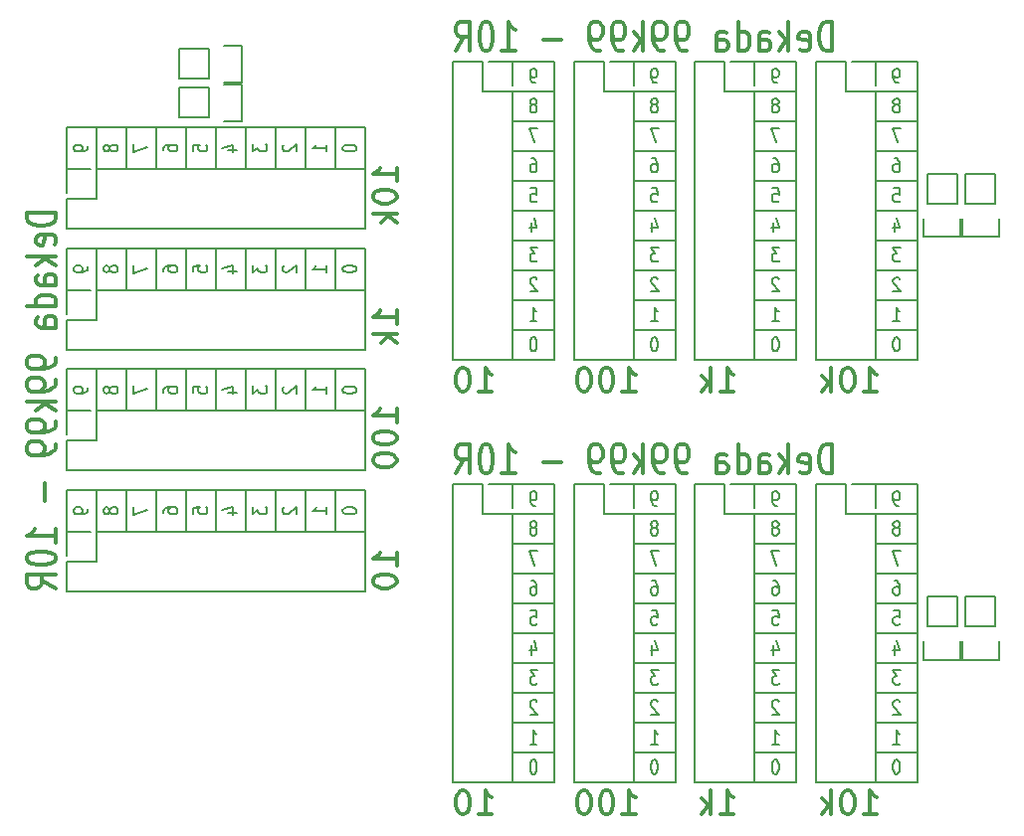
<source format=gbo>
%MOIN*%
%OFA0B0*%
%FSLAX46Y46*%
%IPPOS*%
%LPD*%
%ADD10C,0.005905511811023622*%
%ADD11C,0.0070866141732283464*%
%ADD12C,0.013779527559055118*%
%ADD13O,0.07874015748031496X0.07874015748031496*%
%ADD14R,0.07874015748031496X0.07874015748031496*%
%ADD15R,0.08X0.08*%
%ADD16O,0.08X0.08*%
%ADD27C,0.005905511811023622*%
%ADD28C,0.0070866141732283464*%
%ADD29C,0.013779527559055118*%
%ADD30O,0.07874015748031496X0.07874015748031496*%
%ADD31R,0.07874015748031496X0.07874015748031496*%
%ADD32R,0.08X0.08*%
%ADD33O,0.08X0.08*%
%ADD44C,0.005905511811023622*%
%ADD45C,0.0070866141732283464*%
%ADD46C,0.013779527559055118*%
%ADD47O,0.07874015748031496X0.07874015748031496*%
%ADD48R,0.07874015748031496X0.07874015748031496*%
%ADD49R,0.08X0.08*%
%ADD50O,0.08X0.08*%
%LPD*%
G01G01*
D10*
D11*
X0003481356Y0001821829D02*
X0003481356Y0001790333D01*
X0003490730Y0001839827D02*
X0003500104Y0001806081D01*
X0003475732Y0001806081D01*
D10*
X0003558856Y0001961705D02*
X0003418856Y0001961705D01*
D11*
X0003479482Y0001937577D02*
X0003498229Y0001937577D01*
X0003500104Y0001915080D01*
X0003498229Y0001917330D01*
X0003494480Y0001919579D01*
X0003485106Y0001919579D01*
X0003481356Y0001917330D01*
X0003479482Y0001915080D01*
X0003477607Y0001910580D01*
X0003477607Y0001899332D01*
X0003479482Y0001894832D01*
X0003481356Y0001892583D01*
X0003485106Y0001890333D01*
X0003494480Y0001890333D01*
X0003498229Y0001892583D01*
X0003500104Y0001894832D01*
X0003481356Y0002037577D02*
X0003488856Y0002037577D01*
X0003492605Y0002035327D01*
X0003494480Y0002033078D01*
X0003498229Y0002026328D01*
X0003500104Y0002017330D01*
X0003500104Y0001999332D01*
X0003498229Y0001994832D01*
X0003496355Y0001992583D01*
X0003492605Y0001990333D01*
X0003485106Y0001990333D01*
X0003481356Y0001992583D01*
X0003479482Y0001994832D01*
X0003477607Y0001999332D01*
X0003477607Y0002010580D01*
X0003479482Y0002015080D01*
X0003481356Y0002017330D01*
X0003485106Y0002019579D01*
X0003492605Y0002019579D01*
X0003496355Y0002017330D01*
X0003498229Y0002015080D01*
X0003500104Y0002010580D01*
D10*
X0003558856Y0001861705D02*
X0003418856Y0001861705D01*
X0003558856Y0002061705D02*
X0003418856Y0002061705D01*
D11*
X0003501979Y0002137577D02*
X0003475732Y0002137577D01*
X0003492605Y0002090333D01*
D10*
X0003558856Y0002261705D02*
X0003418856Y0002261705D01*
D11*
X0003492605Y0002217330D02*
X0003496355Y0002219579D01*
X0003498229Y0002221829D01*
X0003500104Y0002226328D01*
X0003500104Y0002228578D01*
X0003498229Y0002233078D01*
X0003496355Y0002235327D01*
X0003492605Y0002237577D01*
X0003485106Y0002237577D01*
X0003481356Y0002235327D01*
X0003479482Y0002233078D01*
X0003477607Y0002228578D01*
X0003477607Y0002226328D01*
X0003479482Y0002221829D01*
X0003481356Y0002219579D01*
X0003485106Y0002217330D01*
X0003492605Y0002217330D01*
X0003496355Y0002215080D01*
X0003498229Y0002212830D01*
X0003500104Y0002208331D01*
X0003500104Y0002199332D01*
X0003498229Y0002194832D01*
X0003496355Y0002192583D01*
X0003492605Y0002190333D01*
X0003485106Y0002190333D01*
X0003481356Y0002192583D01*
X0003479482Y0002194832D01*
X0003477607Y0002199332D01*
X0003477607Y0002208331D01*
X0003479482Y0002212830D01*
X0003481356Y0002215080D01*
X0003485106Y0002217330D01*
D10*
X0003558856Y0002161705D02*
X0003418856Y0002161705D01*
X0003558856Y0002361705D02*
X0003418856Y0002361705D01*
D11*
X0003496355Y0002290333D02*
X0003488856Y0002290333D01*
X0003485106Y0002292583D01*
X0003483231Y0002294832D01*
X0003479482Y0002301582D01*
X0003477607Y0002310580D01*
X0003477607Y0002328578D01*
X0003479482Y0002333078D01*
X0003481356Y0002335327D01*
X0003485106Y0002337577D01*
X0003492605Y0002337577D01*
X0003496355Y0002335327D01*
X0003498229Y0002333078D01*
X0003500104Y0002328578D01*
X0003500104Y0002317330D01*
X0003498229Y0002312830D01*
X0003496355Y0002310580D01*
X0003492605Y0002308331D01*
X0003485106Y0002308331D01*
X0003481356Y0002310580D01*
X0003479482Y0002312830D01*
X0003477607Y0002317330D01*
D10*
X0003558856Y0002361705D02*
X0003558856Y0001361705D01*
X0003558856Y0001761705D02*
X0003418856Y0001761705D01*
D11*
X0003501979Y0001737577D02*
X0003477607Y0001737577D01*
X0003490730Y0001719579D01*
X0003485106Y0001719579D01*
X0003481356Y0001717330D01*
X0003479482Y0001715080D01*
X0003477607Y0001710580D01*
X0003477607Y0001699332D01*
X0003479482Y0001694832D01*
X0003481356Y0001692583D01*
X0003485106Y0001690333D01*
X0003496355Y0001690333D01*
X0003500104Y0001692583D01*
X0003501979Y0001694832D01*
D10*
X0003558856Y0001661705D02*
X0003418856Y0001661705D01*
X0003558856Y0001561705D02*
X0003418856Y0001561705D01*
D11*
X0003500104Y0001633078D02*
X0003498229Y0001635327D01*
X0003494480Y0001637577D01*
X0003485106Y0001637577D01*
X0003481356Y0001635327D01*
X0003479482Y0001633078D01*
X0003477607Y0001628578D01*
X0003477607Y0001624079D01*
X0003479482Y0001617330D01*
X0003501979Y0001590333D01*
X0003477607Y0001590333D01*
D12*
X0003378788Y0001256130D02*
X0003423783Y0001256130D01*
X0003401285Y0001256130D02*
X0003401285Y0001334870D01*
X0003408785Y0001323621D01*
X0003416284Y0001316122D01*
X0003423783Y0001312373D01*
X0003330044Y0001334870D02*
X0003322545Y0001334870D01*
X0003315046Y0001331120D01*
X0003311297Y0001327371D01*
X0003307547Y0001319872D01*
X0003303798Y0001304873D01*
X0003303798Y0001286126D01*
X0003307547Y0001271128D01*
X0003311297Y0001263629D01*
X0003315046Y0001259879D01*
X0003322545Y0001256130D01*
X0003330044Y0001256130D01*
X0003337543Y0001259879D01*
X0003341293Y0001263629D01*
X0003345042Y0001271128D01*
X0003348792Y0001286126D01*
X0003348792Y0001304873D01*
X0003345042Y0001319872D01*
X0003341293Y0001327371D01*
X0003337543Y0001331120D01*
X0003330044Y0001334870D01*
X0003270052Y0001256130D02*
X0003270052Y0001334870D01*
X0003262553Y0001286126D02*
X0003240056Y0001256130D01*
X0003240056Y0001308623D02*
X0003270052Y0001278627D01*
D11*
X0003477607Y0001490333D02*
X0003500104Y0001490333D01*
X0003488856Y0001490333D02*
X0003488856Y0001537577D01*
X0003492605Y0001530828D01*
X0003496355Y0001526328D01*
X0003500104Y0001524079D01*
D10*
X0003558856Y0001461705D02*
X0003418856Y0001461705D01*
D11*
X0003490730Y0001437577D02*
X0003486981Y0001437577D01*
X0003483231Y0001435327D01*
X0003481356Y0001433078D01*
X0003479482Y0001428578D01*
X0003477607Y0001419579D01*
X0003477607Y0001408331D01*
X0003479482Y0001399332D01*
X0003481356Y0001394832D01*
X0003483231Y0001392583D01*
X0003486981Y0001390333D01*
X0003490730Y0001390333D01*
X0003494480Y0001392583D01*
X0003496355Y0001394832D01*
X0003498229Y0001399332D01*
X0003500104Y0001408331D01*
X0003500104Y0001419579D01*
X0003498229Y0001428578D01*
X0003496355Y0001433078D01*
X0003494480Y0001435327D01*
X0003490730Y0001437577D01*
D10*
X0003558856Y0001361705D02*
X0003418856Y0001361705D01*
D11*
X0003076042Y0001821829D02*
X0003076042Y0001790333D01*
X0003085415Y0001839827D02*
X0003094789Y0001806081D01*
X0003070417Y0001806081D01*
D10*
X0003153541Y0001961705D02*
X0003013541Y0001961705D01*
D11*
X0003074167Y0001937577D02*
X0003092914Y0001937577D01*
X0003094789Y0001915080D01*
X0003092914Y0001917330D01*
X0003089165Y0001919579D01*
X0003079791Y0001919579D01*
X0003076042Y0001917330D01*
X0003074167Y0001915080D01*
X0003072292Y0001910580D01*
X0003072292Y0001899332D01*
X0003074167Y0001894832D01*
X0003076042Y0001892583D01*
X0003079791Y0001890333D01*
X0003089165Y0001890333D01*
X0003092914Y0001892583D01*
X0003094789Y0001894832D01*
X0003076042Y0002037577D02*
X0003083541Y0002037577D01*
X0003087290Y0002035327D01*
X0003089165Y0002033078D01*
X0003092914Y0002026328D01*
X0003094789Y0002017330D01*
X0003094789Y0001999332D01*
X0003092914Y0001994832D01*
X0003091040Y0001992583D01*
X0003087290Y0001990333D01*
X0003079791Y0001990333D01*
X0003076042Y0001992583D01*
X0003074167Y0001994832D01*
X0003072292Y0001999332D01*
X0003072292Y0002010580D01*
X0003074167Y0002015080D01*
X0003076042Y0002017330D01*
X0003079791Y0002019579D01*
X0003087290Y0002019579D01*
X0003091040Y0002017330D01*
X0003092914Y0002015080D01*
X0003094789Y0002010580D01*
D10*
X0003153541Y0001861705D02*
X0003013541Y0001861705D01*
X0003153541Y0002061705D02*
X0003013541Y0002061705D01*
D11*
X0003096664Y0002137577D02*
X0003070417Y0002137577D01*
X0003087290Y0002090333D01*
D10*
X0003153541Y0002261705D02*
X0003013541Y0002261705D01*
D11*
X0003087290Y0002217330D02*
X0003091040Y0002219579D01*
X0003092914Y0002221829D01*
X0003094789Y0002226328D01*
X0003094789Y0002228578D01*
X0003092914Y0002233078D01*
X0003091040Y0002235327D01*
X0003087290Y0002237577D01*
X0003079791Y0002237577D01*
X0003076042Y0002235327D01*
X0003074167Y0002233078D01*
X0003072292Y0002228578D01*
X0003072292Y0002226328D01*
X0003074167Y0002221829D01*
X0003076042Y0002219579D01*
X0003079791Y0002217330D01*
X0003087290Y0002217330D01*
X0003091040Y0002215080D01*
X0003092914Y0002212830D01*
X0003094789Y0002208331D01*
X0003094789Y0002199332D01*
X0003092914Y0002194832D01*
X0003091040Y0002192583D01*
X0003087290Y0002190333D01*
X0003079791Y0002190333D01*
X0003076042Y0002192583D01*
X0003074167Y0002194832D01*
X0003072292Y0002199332D01*
X0003072292Y0002208331D01*
X0003074167Y0002212830D01*
X0003076042Y0002215080D01*
X0003079791Y0002217330D01*
D10*
X0003153541Y0002161705D02*
X0003013541Y0002161705D01*
X0003153541Y0002361705D02*
X0003013541Y0002361705D01*
D11*
X0003091040Y0002290333D02*
X0003083541Y0002290333D01*
X0003079791Y0002292583D01*
X0003077916Y0002294832D01*
X0003074167Y0002301582D01*
X0003072292Y0002310580D01*
X0003072292Y0002328578D01*
X0003074167Y0002333078D01*
X0003076042Y0002335327D01*
X0003079791Y0002337577D01*
X0003087290Y0002337577D01*
X0003091040Y0002335327D01*
X0003092914Y0002333078D01*
X0003094789Y0002328578D01*
X0003094789Y0002317330D01*
X0003092914Y0002312830D01*
X0003091040Y0002310580D01*
X0003087290Y0002308331D01*
X0003079791Y0002308331D01*
X0003076042Y0002310580D01*
X0003074167Y0002312830D01*
X0003072292Y0002317330D01*
D10*
X0003153541Y0002361705D02*
X0003153541Y0001361705D01*
X0003153541Y0001761705D02*
X0003013541Y0001761705D01*
D11*
X0003096664Y0001737577D02*
X0003072292Y0001737577D01*
X0003085415Y0001719579D01*
X0003079791Y0001719579D01*
X0003076042Y0001717330D01*
X0003074167Y0001715080D01*
X0003072292Y0001710580D01*
X0003072292Y0001699332D01*
X0003074167Y0001694832D01*
X0003076042Y0001692583D01*
X0003079791Y0001690333D01*
X0003091040Y0001690333D01*
X0003094789Y0001692583D01*
X0003096664Y0001694832D01*
D10*
X0003153541Y0001661705D02*
X0003013541Y0001661705D01*
X0003153541Y0001561705D02*
X0003013541Y0001561705D01*
D11*
X0003094789Y0001633078D02*
X0003092914Y0001635327D01*
X0003089165Y0001637577D01*
X0003079791Y0001637577D01*
X0003076042Y0001635327D01*
X0003074167Y0001633078D01*
X0003072292Y0001628578D01*
X0003072292Y0001624079D01*
X0003074167Y0001617330D01*
X0003096664Y0001590333D01*
X0003072292Y0001590333D01*
D12*
X0002899536Y0001256130D02*
X0002944531Y0001256130D01*
X0002922033Y0001256130D02*
X0002922033Y0001334870D01*
X0002929533Y0001323621D01*
X0002937032Y0001316122D01*
X0002944531Y0001312373D01*
X0002865790Y0001256130D02*
X0002865790Y0001334870D01*
X0002858291Y0001286126D02*
X0002835794Y0001256130D01*
X0002835794Y0001308623D02*
X0002865790Y0001278627D01*
D11*
X0003072292Y0001490333D02*
X0003094789Y0001490333D01*
X0003083541Y0001490333D02*
X0003083541Y0001537577D01*
X0003087290Y0001530828D01*
X0003091040Y0001526328D01*
X0003094789Y0001524079D01*
D10*
X0003153541Y0001461705D02*
X0003013541Y0001461705D01*
D11*
X0003085415Y0001437577D02*
X0003081666Y0001437577D01*
X0003077916Y0001435327D01*
X0003076042Y0001433078D01*
X0003074167Y0001428578D01*
X0003072292Y0001419579D01*
X0003072292Y0001408331D01*
X0003074167Y0001399332D01*
X0003076042Y0001394832D01*
X0003077916Y0001392583D01*
X0003081666Y0001390333D01*
X0003085415Y0001390333D01*
X0003089165Y0001392583D01*
X0003091040Y0001394832D01*
X0003092914Y0001399332D01*
X0003094789Y0001408331D01*
X0003094789Y0001419579D01*
X0003092914Y0001428578D01*
X0003091040Y0001433078D01*
X0003089165Y0001435327D01*
X0003085415Y0001437577D01*
D10*
X0003153541Y0001361705D02*
X0003013541Y0001361705D01*
D11*
X0002670727Y0001821829D02*
X0002670727Y0001790333D01*
X0002680100Y0001839827D02*
X0002689474Y0001806081D01*
X0002665102Y0001806081D01*
D10*
X0002748226Y0001961705D02*
X0002608226Y0001961705D01*
D11*
X0002668852Y0001937577D02*
X0002687599Y0001937577D01*
X0002689474Y0001915080D01*
X0002687599Y0001917330D01*
X0002683850Y0001919579D01*
X0002674476Y0001919579D01*
X0002670727Y0001917330D01*
X0002668852Y0001915080D01*
X0002666977Y0001910580D01*
X0002666977Y0001899332D01*
X0002668852Y0001894832D01*
X0002670727Y0001892583D01*
X0002674476Y0001890333D01*
X0002683850Y0001890333D01*
X0002687599Y0001892583D01*
X0002689474Y0001894832D01*
X0002670727Y0002037577D02*
X0002678226Y0002037577D01*
X0002681975Y0002035327D01*
X0002683850Y0002033078D01*
X0002687599Y0002026328D01*
X0002689474Y0002017330D01*
X0002689474Y0001999332D01*
X0002687599Y0001994832D01*
X0002685725Y0001992583D01*
X0002681975Y0001990333D01*
X0002674476Y0001990333D01*
X0002670727Y0001992583D01*
X0002668852Y0001994832D01*
X0002666977Y0001999332D01*
X0002666977Y0002010580D01*
X0002668852Y0002015080D01*
X0002670727Y0002017330D01*
X0002674476Y0002019579D01*
X0002681975Y0002019579D01*
X0002685725Y0002017330D01*
X0002687599Y0002015080D01*
X0002689474Y0002010580D01*
D10*
X0002748226Y0001861705D02*
X0002608226Y0001861705D01*
X0002748226Y0002061705D02*
X0002608226Y0002061705D01*
D11*
X0002691349Y0002137577D02*
X0002665102Y0002137577D01*
X0002681975Y0002090333D01*
D10*
X0002748226Y0002261705D02*
X0002608226Y0002261705D01*
D11*
X0002681975Y0002217330D02*
X0002685725Y0002219579D01*
X0002687599Y0002221829D01*
X0002689474Y0002226328D01*
X0002689474Y0002228578D01*
X0002687599Y0002233078D01*
X0002685725Y0002235327D01*
X0002681975Y0002237577D01*
X0002674476Y0002237577D01*
X0002670727Y0002235327D01*
X0002668852Y0002233078D01*
X0002666977Y0002228578D01*
X0002666977Y0002226328D01*
X0002668852Y0002221829D01*
X0002670727Y0002219579D01*
X0002674476Y0002217330D01*
X0002681975Y0002217330D01*
X0002685725Y0002215080D01*
X0002687599Y0002212830D01*
X0002689474Y0002208331D01*
X0002689474Y0002199332D01*
X0002687599Y0002194832D01*
X0002685725Y0002192583D01*
X0002681975Y0002190333D01*
X0002674476Y0002190333D01*
X0002670727Y0002192583D01*
X0002668852Y0002194832D01*
X0002666977Y0002199332D01*
X0002666977Y0002208331D01*
X0002668852Y0002212830D01*
X0002670727Y0002215080D01*
X0002674476Y0002217330D01*
D10*
X0002748226Y0002161705D02*
X0002608226Y0002161705D01*
X0002748226Y0002361705D02*
X0002608226Y0002361705D01*
D11*
X0002685725Y0002290333D02*
X0002678226Y0002290333D01*
X0002674476Y0002292583D01*
X0002672601Y0002294832D01*
X0002668852Y0002301582D01*
X0002666977Y0002310580D01*
X0002666977Y0002328578D01*
X0002668852Y0002333078D01*
X0002670727Y0002335327D01*
X0002674476Y0002337577D01*
X0002681975Y0002337577D01*
X0002685725Y0002335327D01*
X0002687599Y0002333078D01*
X0002689474Y0002328578D01*
X0002689474Y0002317330D01*
X0002687599Y0002312830D01*
X0002685725Y0002310580D01*
X0002681975Y0002308331D01*
X0002674476Y0002308331D01*
X0002670727Y0002310580D01*
X0002668852Y0002312830D01*
X0002666977Y0002317330D01*
D10*
X0002748226Y0002361705D02*
X0002748226Y0001361705D01*
X0002748226Y0001761705D02*
X0002608226Y0001761705D01*
D11*
X0002691349Y0001737577D02*
X0002666977Y0001737577D01*
X0002680100Y0001719579D01*
X0002674476Y0001719579D01*
X0002670727Y0001717330D01*
X0002668852Y0001715080D01*
X0002666977Y0001710580D01*
X0002666977Y0001699332D01*
X0002668852Y0001694832D01*
X0002670727Y0001692583D01*
X0002674476Y0001690333D01*
X0002685725Y0001690333D01*
X0002689474Y0001692583D01*
X0002691349Y0001694832D01*
D10*
X0002748226Y0001661705D02*
X0002608226Y0001661705D01*
X0002748226Y0001561705D02*
X0002608226Y0001561705D01*
D11*
X0002689474Y0001633078D02*
X0002687599Y0001635327D01*
X0002683850Y0001637577D01*
X0002674476Y0001637577D01*
X0002670727Y0001635327D01*
X0002668852Y0001633078D01*
X0002666977Y0001628578D01*
X0002666977Y0001624079D01*
X0002668852Y0001617330D01*
X0002691349Y0001590333D01*
X0002666977Y0001590333D01*
D12*
X0002570127Y0001256130D02*
X0002615121Y0001256130D01*
X0002592624Y0001256130D02*
X0002592624Y0001334870D01*
X0002600123Y0001323621D01*
X0002607622Y0001316122D01*
X0002615121Y0001312373D01*
X0002521383Y0001334870D02*
X0002513884Y0001334870D01*
X0002506385Y0001331120D01*
X0002502635Y0001327371D01*
X0002498886Y0001319872D01*
X0002495136Y0001304873D01*
X0002495136Y0001286126D01*
X0002498886Y0001271128D01*
X0002502635Y0001263629D01*
X0002506385Y0001259879D01*
X0002513884Y0001256130D01*
X0002521383Y0001256130D01*
X0002528882Y0001259879D01*
X0002532631Y0001263629D01*
X0002536381Y0001271128D01*
X0002540131Y0001286126D01*
X0002540131Y0001304873D01*
X0002536381Y0001319872D01*
X0002532631Y0001327371D01*
X0002528882Y0001331120D01*
X0002521383Y0001334870D01*
X0002446392Y0001334870D02*
X0002438893Y0001334870D01*
X0002431394Y0001331120D01*
X0002427645Y0001327371D01*
X0002423895Y0001319872D01*
X0002420146Y0001304873D01*
X0002420146Y0001286126D01*
X0002423895Y0001271128D01*
X0002427645Y0001263629D01*
X0002431394Y0001259879D01*
X0002438893Y0001256130D01*
X0002446392Y0001256130D01*
X0002453891Y0001259879D01*
X0002457641Y0001263629D01*
X0002461390Y0001271128D01*
X0002465140Y0001286126D01*
X0002465140Y0001304873D01*
X0002461390Y0001319872D01*
X0002457641Y0001327371D01*
X0002453891Y0001331120D01*
X0002446392Y0001334870D01*
D11*
X0002666977Y0001490333D02*
X0002689474Y0001490333D01*
X0002678226Y0001490333D02*
X0002678226Y0001537577D01*
X0002681975Y0001530828D01*
X0002685725Y0001526328D01*
X0002689474Y0001524079D01*
D10*
X0002748226Y0001461705D02*
X0002608226Y0001461705D01*
D11*
X0002680100Y0001437577D02*
X0002676351Y0001437577D01*
X0002672601Y0001435327D01*
X0002670727Y0001433078D01*
X0002668852Y0001428578D01*
X0002666977Y0001419579D01*
X0002666977Y0001408331D01*
X0002668852Y0001399332D01*
X0002670727Y0001394832D01*
X0002672601Y0001392583D01*
X0002676351Y0001390333D01*
X0002680100Y0001390333D01*
X0002683850Y0001392583D01*
X0002685725Y0001394832D01*
X0002687599Y0001399332D01*
X0002689474Y0001408331D01*
X0002689474Y0001419579D01*
X0002687599Y0001428578D01*
X0002685725Y0001433078D01*
X0002683850Y0001435327D01*
X0002680100Y0001437577D01*
D10*
X0002748226Y0001361705D02*
X0002608226Y0001361705D01*
D11*
X0002274785Y0001437577D02*
X0002271036Y0001437577D01*
X0002267286Y0001435327D01*
X0002265412Y0001433078D01*
X0002263537Y0001428578D01*
X0002261662Y0001419579D01*
X0002261662Y0001408331D01*
X0002263537Y0001399332D01*
X0002265412Y0001394832D01*
X0002267286Y0001392583D01*
X0002271036Y0001390333D01*
X0002274785Y0001390333D01*
X0002278535Y0001392583D01*
X0002280410Y0001394832D01*
X0002282285Y0001399332D01*
X0002284159Y0001408331D01*
X0002284159Y0001419579D01*
X0002282285Y0001428578D01*
X0002280410Y0001433078D01*
X0002278535Y0001435327D01*
X0002274785Y0001437577D01*
X0002261662Y0001490333D02*
X0002284159Y0001490333D01*
X0002272911Y0001490333D02*
X0002272911Y0001537577D01*
X0002276660Y0001530828D01*
X0002280410Y0001526328D01*
X0002284159Y0001524079D01*
X0002284159Y0001633078D02*
X0002282285Y0001635327D01*
X0002278535Y0001637577D01*
X0002269161Y0001637577D01*
X0002265412Y0001635327D01*
X0002263537Y0001633078D01*
X0002261662Y0001628578D01*
X0002261662Y0001624079D01*
X0002263537Y0001617330D01*
X0002286034Y0001590333D01*
X0002261662Y0001590333D01*
X0002286034Y0001737577D02*
X0002261662Y0001737577D01*
X0002274785Y0001719579D01*
X0002269161Y0001719579D01*
X0002265412Y0001717330D01*
X0002263537Y0001715080D01*
X0002261662Y0001710580D01*
X0002261662Y0001699332D01*
X0002263537Y0001694832D01*
X0002265412Y0001692583D01*
X0002269161Y0001690333D01*
X0002280410Y0001690333D01*
X0002284159Y0001692583D01*
X0002286034Y0001694832D01*
X0002265412Y0001821829D02*
X0002265412Y0001790333D01*
X0002274785Y0001839827D02*
X0002284159Y0001806081D01*
X0002259787Y0001806081D01*
X0002263537Y0001937577D02*
X0002282285Y0001937577D01*
X0002284159Y0001915080D01*
X0002282285Y0001917330D01*
X0002278535Y0001919579D01*
X0002269161Y0001919579D01*
X0002265412Y0001917330D01*
X0002263537Y0001915080D01*
X0002261662Y0001910580D01*
X0002261662Y0001899332D01*
X0002263537Y0001894832D01*
X0002265412Y0001892583D01*
X0002269161Y0001890333D01*
X0002278535Y0001890333D01*
X0002282285Y0001892583D01*
X0002284159Y0001894832D01*
X0002265412Y0002037577D02*
X0002272911Y0002037577D01*
X0002276660Y0002035327D01*
X0002278535Y0002033078D01*
X0002282285Y0002026328D01*
X0002284159Y0002017330D01*
X0002284159Y0001999332D01*
X0002282285Y0001994832D01*
X0002280410Y0001992583D01*
X0002276660Y0001990333D01*
X0002269161Y0001990333D01*
X0002265412Y0001992583D01*
X0002263537Y0001994832D01*
X0002261662Y0001999332D01*
X0002261662Y0002010580D01*
X0002263537Y0002015080D01*
X0002265412Y0002017330D01*
X0002269161Y0002019579D01*
X0002276660Y0002019579D01*
X0002280410Y0002017330D01*
X0002282285Y0002015080D01*
X0002284159Y0002010580D01*
X0002286034Y0002137577D02*
X0002259787Y0002137577D01*
X0002276660Y0002090333D01*
X0002276660Y0002217330D02*
X0002280410Y0002219579D01*
X0002282285Y0002221829D01*
X0002284159Y0002226328D01*
X0002284159Y0002228578D01*
X0002282285Y0002233078D01*
X0002280410Y0002235327D01*
X0002276660Y0002237577D01*
X0002269161Y0002237577D01*
X0002265412Y0002235327D01*
X0002263537Y0002233078D01*
X0002261662Y0002228578D01*
X0002261662Y0002226328D01*
X0002263537Y0002221829D01*
X0002265412Y0002219579D01*
X0002269161Y0002217330D01*
X0002276660Y0002217330D01*
X0002280410Y0002215080D01*
X0002282285Y0002212830D01*
X0002284159Y0002208331D01*
X0002284159Y0002199332D01*
X0002282285Y0002194832D01*
X0002280410Y0002192583D01*
X0002276660Y0002190333D01*
X0002269161Y0002190333D01*
X0002265412Y0002192583D01*
X0002263537Y0002194832D01*
X0002261662Y0002199332D01*
X0002261662Y0002208331D01*
X0002263537Y0002212830D01*
X0002265412Y0002215080D01*
X0002269161Y0002217330D01*
D10*
X0002342911Y0002361705D02*
X0002342911Y0001361705D01*
X0002342911Y0001361705D02*
X0002202911Y0001361705D01*
X0002342911Y0001461705D02*
X0002202911Y0001461705D01*
X0002342911Y0001561705D02*
X0002202911Y0001561705D01*
X0002342911Y0001661705D02*
X0002202911Y0001661705D01*
X0002342911Y0001761705D02*
X0002202911Y0001761705D01*
X0002342911Y0001861705D02*
X0002202911Y0001861705D01*
X0002342911Y0001961705D02*
X0002202911Y0001961705D01*
X0002342911Y0002061705D02*
X0002202911Y0002061705D01*
X0002342911Y0002161705D02*
X0002202911Y0002161705D01*
X0002342911Y0002261705D02*
X0002202911Y0002261705D01*
X0002342911Y0002361705D02*
X0002202911Y0002361705D01*
D12*
X0003273464Y0002397539D02*
X0003273464Y0002495965D01*
X0003254716Y0002495965D01*
X0003243468Y0002491278D01*
X0003235969Y0002481904D01*
X0003232219Y0002472530D01*
X0003228470Y0002453782D01*
X0003228470Y0002439722D01*
X0003232219Y0002420974D01*
X0003235969Y0002411600D01*
X0003243468Y0002402226D01*
X0003254716Y0002397539D01*
X0003273464Y0002397539D01*
X0003164727Y0002402226D02*
X0003172227Y0002397539D01*
X0003187225Y0002397539D01*
X0003194724Y0002402226D01*
X0003198473Y0002411600D01*
X0003198473Y0002449095D01*
X0003194724Y0002458469D01*
X0003187225Y0002463156D01*
X0003172227Y0002463156D01*
X0003164727Y0002458469D01*
X0003160978Y0002449095D01*
X0003160978Y0002439722D01*
X0003198473Y0002430348D01*
X0003127232Y0002397539D02*
X0003127232Y0002495965D01*
X0003119733Y0002435035D02*
X0003097236Y0002397539D01*
X0003097236Y0002463156D02*
X0003127232Y0002425661D01*
X0003029744Y0002397539D02*
X0003029744Y0002449095D01*
X0003033494Y0002458469D01*
X0003040993Y0002463156D01*
X0003055991Y0002463156D01*
X0003063490Y0002458469D01*
X0003029744Y0002402226D02*
X0003037243Y0002397539D01*
X0003055991Y0002397539D01*
X0003063490Y0002402226D01*
X0003067240Y0002411600D01*
X0003067240Y0002420974D01*
X0003063490Y0002430348D01*
X0003055991Y0002435035D01*
X0003037243Y0002435035D01*
X0003029744Y0002439722D01*
X0002958503Y0002397539D02*
X0002958503Y0002495965D01*
X0002958503Y0002402226D02*
X0002966002Y0002397539D01*
X0002981000Y0002397539D01*
X0002988500Y0002402226D01*
X0002992249Y0002406913D01*
X0002995999Y0002416287D01*
X0002995999Y0002444409D01*
X0002992249Y0002453782D01*
X0002988500Y0002458469D01*
X0002981000Y0002463156D01*
X0002966002Y0002463156D01*
X0002958503Y0002458469D01*
X0002887262Y0002397539D02*
X0002887262Y0002449095D01*
X0002891012Y0002458469D01*
X0002898511Y0002463156D01*
X0002913509Y0002463156D01*
X0002921008Y0002458469D01*
X0002887262Y0002402226D02*
X0002894761Y0002397539D01*
X0002913509Y0002397539D01*
X0002921008Y0002402226D01*
X0002924757Y0002411600D01*
X0002924757Y0002420974D01*
X0002921008Y0002430348D01*
X0002913509Y0002435035D01*
X0002894761Y0002435035D01*
X0002887262Y0002439722D01*
X0002786025Y0002397539D02*
X0002771027Y0002397539D01*
X0002763528Y0002402226D01*
X0002759778Y0002406913D01*
X0002752279Y0002420974D01*
X0002748530Y0002439722D01*
X0002748530Y0002477217D01*
X0002752279Y0002486591D01*
X0002756029Y0002491278D01*
X0002763528Y0002495965D01*
X0002778526Y0002495965D01*
X0002786025Y0002491278D01*
X0002789774Y0002486591D01*
X0002793524Y0002477217D01*
X0002793524Y0002453782D01*
X0002789774Y0002444409D01*
X0002786025Y0002439722D01*
X0002778526Y0002435035D01*
X0002763528Y0002435035D01*
X0002756029Y0002439722D01*
X0002752279Y0002444409D01*
X0002748530Y0002453782D01*
X0002711034Y0002397539D02*
X0002696036Y0002397539D01*
X0002688537Y0002402226D01*
X0002684787Y0002406913D01*
X0002677288Y0002420974D01*
X0002673539Y0002439722D01*
X0002673539Y0002477217D01*
X0002677288Y0002486591D01*
X0002681038Y0002491278D01*
X0002688537Y0002495965D01*
X0002703535Y0002495965D01*
X0002711034Y0002491278D01*
X0002714784Y0002486591D01*
X0002718533Y0002477217D01*
X0002718533Y0002453782D01*
X0002714784Y0002444409D01*
X0002711034Y0002439722D01*
X0002703535Y0002435035D01*
X0002688537Y0002435035D01*
X0002681038Y0002439722D01*
X0002677288Y0002444409D01*
X0002673539Y0002453782D01*
X0002639793Y0002397539D02*
X0002639793Y0002495965D01*
X0002632294Y0002435035D02*
X0002609797Y0002397539D01*
X0002609797Y0002463156D02*
X0002639793Y0002425661D01*
X0002572302Y0002397539D02*
X0002557303Y0002397539D01*
X0002549804Y0002402226D01*
X0002546055Y0002406913D01*
X0002538556Y0002420974D01*
X0002534806Y0002439722D01*
X0002534806Y0002477217D01*
X0002538556Y0002486591D01*
X0002542305Y0002491278D01*
X0002549804Y0002495965D01*
X0002564802Y0002495965D01*
X0002572302Y0002491278D01*
X0002576051Y0002486591D01*
X0002579801Y0002477217D01*
X0002579801Y0002453782D01*
X0002576051Y0002444409D01*
X0002572302Y0002439722D01*
X0002564802Y0002435035D01*
X0002549804Y0002435035D01*
X0002542305Y0002439722D01*
X0002538556Y0002444409D01*
X0002534806Y0002453782D01*
X0002497311Y0002397539D02*
X0002482313Y0002397539D01*
X0002474814Y0002402226D01*
X0002471064Y0002406913D01*
X0002463565Y0002420974D01*
X0002459816Y0002439722D01*
X0002459816Y0002477217D01*
X0002463565Y0002486591D01*
X0002467315Y0002491278D01*
X0002474814Y0002495965D01*
X0002489812Y0002495965D01*
X0002497311Y0002491278D01*
X0002501060Y0002486591D01*
X0002504810Y0002477217D01*
X0002504810Y0002453782D01*
X0002501060Y0002444409D01*
X0002497311Y0002439722D01*
X0002489812Y0002435035D01*
X0002474814Y0002435035D01*
X0002467315Y0002439722D01*
X0002463565Y0002444409D01*
X0002459816Y0002453782D01*
X0002366077Y0002435035D02*
X0002306085Y0002435035D01*
X0002167352Y0002397539D02*
X0002212347Y0002397539D01*
X0002189849Y0002397539D02*
X0002189849Y0002495965D01*
X0002197348Y0002481904D01*
X0002204847Y0002472530D01*
X0002212347Y0002467843D01*
X0002118608Y0002495965D02*
X0002111109Y0002495965D01*
X0002103610Y0002491278D01*
X0002099861Y0002486591D01*
X0002096111Y0002477217D01*
X0002092362Y0002458469D01*
X0002092362Y0002435035D01*
X0002096111Y0002416287D01*
X0002099861Y0002406913D01*
X0002103610Y0002402226D01*
X0002111109Y0002397539D01*
X0002118608Y0002397539D01*
X0002126107Y0002402226D01*
X0002129857Y0002406913D01*
X0002133606Y0002416287D01*
X0002137356Y0002435035D01*
X0002137356Y0002458469D01*
X0002133606Y0002477217D01*
X0002129857Y0002486591D01*
X0002126107Y0002491278D01*
X0002118608Y0002495965D01*
X0002013621Y0002397539D02*
X0002039868Y0002444409D01*
X0002058616Y0002397539D02*
X0002058616Y0002495965D01*
X0002028620Y0002495965D01*
X0002021120Y0002491278D01*
X0002017371Y0002486591D01*
X0002013621Y0002477217D01*
X0002013621Y0002463156D01*
X0002017371Y0002453782D01*
X0002021120Y0002449095D01*
X0002028620Y0002444409D01*
X0002058616Y0002444409D01*
D11*
X0002280410Y0002290333D02*
X0002272911Y0002290333D01*
X0002269161Y0002292583D01*
X0002267286Y0002294832D01*
X0002263537Y0002301582D01*
X0002261662Y0002310580D01*
X0002261662Y0002328578D01*
X0002263537Y0002333078D01*
X0002265412Y0002335327D01*
X0002269161Y0002337577D01*
X0002276660Y0002337577D01*
X0002280410Y0002335327D01*
X0002282285Y0002333078D01*
X0002284159Y0002328578D01*
X0002284159Y0002317330D01*
X0002282285Y0002312830D01*
X0002280410Y0002310580D01*
X0002276660Y0002308331D01*
X0002269161Y0002308331D01*
X0002265412Y0002310580D01*
X0002263537Y0002312830D01*
X0002261662Y0002317330D01*
D12*
X0002088906Y0001256130D02*
X0002133901Y0001256130D01*
X0002111404Y0001256130D02*
X0002111404Y0001334870D01*
X0002118903Y0001323621D01*
X0002126402Y0001316122D01*
X0002133901Y0001312373D01*
X0002040162Y0001334870D02*
X0002032663Y0001334870D01*
X0002025164Y0001331120D01*
X0002021415Y0001327371D01*
X0002017665Y0001319872D01*
X0002013916Y0001304873D01*
X0002013916Y0001286126D01*
X0002017665Y0001271128D01*
X0002021415Y0001263629D01*
X0002025164Y0001259879D01*
X0002032663Y0001256130D01*
X0002040162Y0001256130D01*
X0002047662Y0001259879D01*
X0002051411Y0001263629D01*
X0002055161Y0001271128D01*
X0002058910Y0001286126D01*
X0002058910Y0001304873D01*
X0002055161Y0001319872D01*
X0002051411Y0001327371D01*
X0002047662Y0001331120D01*
X0002040162Y0001334870D01*
D10*
X0003218856Y0001361705D02*
X0003218856Y0002361705D01*
X0003418856Y0002261705D02*
X0003418856Y0001361705D01*
X0003218856Y0001361705D02*
X0003418856Y0001361705D01*
X0003218856Y0002361705D02*
X0003318856Y0002361705D01*
X0003318856Y0002361705D02*
X0003318856Y0002261705D01*
X0003318856Y0002261705D02*
X0003418856Y0002261705D01*
X0003338856Y0002361705D02*
X0003418856Y0002361705D01*
X0003418856Y0002361705D02*
X0003418856Y0002281705D01*
X0003013541Y0002361705D02*
X0003013541Y0002281705D01*
X0002933541Y0002361705D02*
X0003013541Y0002361705D01*
X0002913541Y0002261705D02*
X0003013541Y0002261705D01*
X0002913541Y0002361705D02*
X0002913541Y0002261705D01*
X0002813541Y0002361705D02*
X0002913541Y0002361705D01*
X0002813541Y0001361705D02*
X0003013541Y0001361705D01*
X0003013541Y0002261705D02*
X0003013541Y0001361705D01*
X0002813541Y0001361705D02*
X0002813541Y0002361705D01*
X0002608226Y0002361705D02*
X0002608226Y0002281705D01*
X0002528226Y0002361705D02*
X0002608226Y0002361705D01*
X0002508226Y0002261705D02*
X0002608226Y0002261705D01*
X0002508226Y0002361705D02*
X0002508226Y0002261705D01*
X0002408226Y0002361705D02*
X0002508226Y0002361705D01*
X0002408226Y0001361705D02*
X0002608226Y0001361705D01*
X0002608226Y0002261705D02*
X0002608226Y0001361705D01*
X0002408226Y0001361705D02*
X0002408226Y0002361705D01*
X0002202911Y0002361705D02*
X0002202911Y0002281705D01*
X0002122911Y0002361705D02*
X0002202911Y0002361705D01*
X0002102911Y0002261705D02*
X0002202911Y0002261705D01*
X0002102911Y0002361705D02*
X0002102911Y0002261705D01*
X0002002911Y0002361705D02*
X0002102911Y0002361705D01*
X0002002911Y0001361705D02*
X0002202911Y0001361705D01*
X0002202911Y0002261705D02*
X0002202911Y0001361705D01*
X0002002911Y0001361705D02*
X0002002911Y0002361705D01*
X0003591732Y0001985039D02*
X0003691732Y0001985039D01*
X0003591732Y0001885039D02*
X0003591732Y0001985039D01*
X0003580708Y0001774015D02*
X0003702755Y0001774015D01*
X0003580708Y0001835039D02*
X0003580708Y0001774015D01*
X0003691732Y0001885039D02*
X0003591732Y0001885039D01*
X0003702755Y0001774015D02*
X0003702755Y0001835039D01*
X0003691732Y0001885039D02*
X0003691732Y0001985039D01*
X0003820866Y0001884645D02*
X0003820866Y0001984645D01*
X0003831889Y0001773622D02*
X0003831889Y0001834645D01*
X0003820866Y0001884645D02*
X0003720866Y0001884645D01*
X0003709842Y0001834645D02*
X0003709842Y0001773622D01*
X0003709842Y0001773622D02*
X0003831889Y0001773622D01*
X0003720866Y0001884645D02*
X0003720866Y0001984645D01*
X0003720866Y0001984645D02*
X0003820866Y0001984645D01*
%LPC*%
D13*
X0003268856Y0001411705D03*
X0003368856Y0001411705D03*
X0003268856Y0001511705D03*
X0003368856Y0001511705D03*
X0003268856Y0001611705D03*
X0003368856Y0001611705D03*
X0003268856Y0001711705D03*
X0003368856Y0001711705D03*
X0003268856Y0001811705D03*
X0003368856Y0001811705D03*
X0003268856Y0001911705D03*
X0003368856Y0001911705D03*
X0003268856Y0002011705D03*
X0003368856Y0002011705D03*
X0003268856Y0002111705D03*
X0003368856Y0002111705D03*
X0003268856Y0002211705D03*
X0003368856Y0002211705D03*
X0003268856Y0002311705D03*
D14*
X0003368856Y0002311705D03*
X0002963541Y0002311705D03*
D13*
X0002863541Y0002311705D03*
X0002963541Y0002211705D03*
X0002863541Y0002211705D03*
X0002963541Y0002111705D03*
X0002863541Y0002111705D03*
X0002963541Y0002011705D03*
X0002863541Y0002011705D03*
X0002963541Y0001911705D03*
X0002863541Y0001911705D03*
X0002963541Y0001811705D03*
X0002863541Y0001811705D03*
X0002963541Y0001711705D03*
X0002863541Y0001711705D03*
X0002963541Y0001611705D03*
X0002863541Y0001611705D03*
X0002963541Y0001511705D03*
X0002863541Y0001511705D03*
X0002963541Y0001411705D03*
X0002863541Y0001411705D03*
D14*
X0002558226Y0002311705D03*
D13*
X0002458226Y0002311705D03*
X0002558226Y0002211705D03*
X0002458226Y0002211705D03*
X0002558226Y0002111705D03*
X0002458226Y0002111705D03*
X0002558226Y0002011705D03*
X0002458226Y0002011705D03*
X0002558226Y0001911705D03*
X0002458226Y0001911705D03*
X0002558226Y0001811705D03*
X0002458226Y0001811705D03*
X0002558226Y0001711705D03*
X0002458226Y0001711705D03*
X0002558226Y0001611705D03*
X0002458226Y0001611705D03*
X0002558226Y0001511705D03*
X0002458226Y0001511705D03*
X0002558226Y0001411705D03*
X0002458226Y0001411705D03*
D14*
X0002152911Y0002311705D03*
D13*
X0002052911Y0002311705D03*
X0002152911Y0002211705D03*
X0002052911Y0002211705D03*
X0002152911Y0002111705D03*
X0002052911Y0002111705D03*
X0002152911Y0002011705D03*
X0002052911Y0002011705D03*
X0002152911Y0001911705D03*
X0002052911Y0001911705D03*
X0002152911Y0001811705D03*
X0002052911Y0001811705D03*
X0002152911Y0001711705D03*
X0002052911Y0001711705D03*
X0002152911Y0001611705D03*
X0002052911Y0001611705D03*
X0002152911Y0001511705D03*
X0002052911Y0001511705D03*
X0002152911Y0001411705D03*
X0002052911Y0001411705D03*
D15*
X0003641732Y0001835039D03*
D16*
X0003641732Y0001935039D03*
X0003770866Y0001934645D03*
D15*
X0003770866Y0001834645D03*
X0003885433Y0001834645D03*
D16*
X0003885433Y0001934645D03*
G04 next file*
%LPD*%
G01G01G01G01*
D27*
D28*
X0003481356Y0003239152D02*
X0003481356Y0003207656D01*
X0003490730Y0003257150D02*
X0003500104Y0003223404D01*
X0003475732Y0003223404D01*
D27*
X0003558856Y0003379028D02*
X0003418856Y0003379028D01*
D28*
X0003479482Y0003354900D02*
X0003498229Y0003354900D01*
X0003500104Y0003332402D01*
X0003498229Y0003334652D01*
X0003494480Y0003336901D01*
X0003485106Y0003336901D01*
X0003481356Y0003334652D01*
X0003479482Y0003332402D01*
X0003477607Y0003327903D01*
X0003477607Y0003316654D01*
X0003479482Y0003312155D01*
X0003481356Y0003309905D01*
X0003485106Y0003307656D01*
X0003494480Y0003307656D01*
X0003498229Y0003309905D01*
X0003500104Y0003312155D01*
X0003481356Y0003454900D02*
X0003488856Y0003454900D01*
X0003492604Y0003452650D01*
X0003494480Y0003450400D01*
X0003498229Y0003443651D01*
X0003500104Y0003434651D01*
X0003500104Y0003416655D01*
X0003498229Y0003412155D01*
X0003496355Y0003409905D01*
X0003492604Y0003407656D01*
X0003485106Y0003407656D01*
X0003481356Y0003409905D01*
X0003479482Y0003412155D01*
X0003477607Y0003416655D01*
X0003477607Y0003427903D01*
X0003479482Y0003432403D01*
X0003481356Y0003434651D01*
X0003485106Y0003436902D01*
X0003492604Y0003436902D01*
X0003496355Y0003434651D01*
X0003498229Y0003432403D01*
X0003500104Y0003427903D01*
D27*
X0003558856Y0003279028D02*
X0003418856Y0003279028D01*
X0003558856Y0003479027D02*
X0003418856Y0003479027D01*
D28*
X0003501979Y0003554899D02*
X0003475732Y0003554899D01*
X0003492604Y0003507656D01*
D27*
X0003558856Y0003679028D02*
X0003418856Y0003679028D01*
D28*
X0003492604Y0003634652D02*
X0003496355Y0003636902D01*
X0003498229Y0003639152D01*
X0003500104Y0003643651D01*
X0003500104Y0003645901D01*
X0003498229Y0003650400D01*
X0003496355Y0003652650D01*
X0003492604Y0003654900D01*
X0003485106Y0003654900D01*
X0003481356Y0003652650D01*
X0003479482Y0003650400D01*
X0003477607Y0003645901D01*
X0003477607Y0003643651D01*
X0003479482Y0003639152D01*
X0003481356Y0003636902D01*
X0003485106Y0003634652D01*
X0003492604Y0003634652D01*
X0003496355Y0003632403D01*
X0003498229Y0003630153D01*
X0003500104Y0003625653D01*
X0003500104Y0003616655D01*
X0003498229Y0003612155D01*
X0003496355Y0003609905D01*
X0003492604Y0003607656D01*
X0003485106Y0003607656D01*
X0003481356Y0003609905D01*
X0003479482Y0003612155D01*
X0003477607Y0003616655D01*
X0003477607Y0003625653D01*
X0003479482Y0003630153D01*
X0003481356Y0003632403D01*
X0003485106Y0003634652D01*
D27*
X0003558856Y0003579028D02*
X0003418856Y0003579028D01*
X0003558856Y0003779028D02*
X0003418856Y0003779028D01*
D28*
X0003496355Y0003707656D02*
X0003488856Y0003707656D01*
X0003485106Y0003709905D01*
X0003483231Y0003712155D01*
X0003479482Y0003718904D01*
X0003477607Y0003727903D01*
X0003477607Y0003745901D01*
X0003479482Y0003750400D01*
X0003481356Y0003752650D01*
X0003485106Y0003754900D01*
X0003492604Y0003754900D01*
X0003496355Y0003752650D01*
X0003498229Y0003750400D01*
X0003500104Y0003745901D01*
X0003500104Y0003734652D01*
X0003498229Y0003730153D01*
X0003496355Y0003727903D01*
X0003492604Y0003725653D01*
X0003485106Y0003725653D01*
X0003481356Y0003727903D01*
X0003479482Y0003730153D01*
X0003477607Y0003734652D01*
D27*
X0003558856Y0003779028D02*
X0003558856Y0002779028D01*
X0003558856Y0003179028D02*
X0003418856Y0003179028D01*
D28*
X0003501979Y0003154899D02*
X0003477607Y0003154899D01*
X0003490730Y0003136902D01*
X0003485106Y0003136902D01*
X0003481356Y0003134652D01*
X0003479482Y0003132403D01*
X0003477607Y0003127903D01*
X0003477607Y0003116655D01*
X0003479482Y0003112155D01*
X0003481356Y0003109905D01*
X0003485106Y0003107656D01*
X0003496355Y0003107656D01*
X0003500104Y0003109905D01*
X0003501979Y0003112155D01*
D27*
X0003558856Y0003079027D02*
X0003418856Y0003079027D01*
X0003558856Y0002979028D02*
X0003418856Y0002979028D01*
D28*
X0003500104Y0003050399D02*
X0003498229Y0003052650D01*
X0003494480Y0003054900D01*
X0003485106Y0003054900D01*
X0003481356Y0003052650D01*
X0003479482Y0003050399D01*
X0003477607Y0003045901D01*
X0003477607Y0003041402D01*
X0003479482Y0003034651D01*
X0003501979Y0003007656D01*
X0003477607Y0003007656D01*
D29*
X0003378788Y0002673452D02*
X0003423783Y0002673452D01*
X0003401285Y0002673452D02*
X0003401285Y0002752192D01*
X0003408785Y0002740944D01*
X0003416284Y0002733445D01*
X0003423783Y0002729694D01*
X0003330044Y0002752192D02*
X0003322545Y0002752192D01*
X0003315046Y0002748443D01*
X0003311297Y0002744693D01*
X0003307546Y0002737194D01*
X0003303798Y0002722196D01*
X0003303798Y0002703448D01*
X0003307546Y0002688451D01*
X0003311297Y0002680950D01*
X0003315046Y0002677202D01*
X0003322545Y0002673452D01*
X0003330044Y0002673452D01*
X0003337543Y0002677202D01*
X0003341293Y0002680950D01*
X0003345042Y0002688451D01*
X0003348792Y0002703448D01*
X0003348792Y0002722196D01*
X0003345042Y0002737194D01*
X0003341293Y0002744693D01*
X0003337543Y0002748443D01*
X0003330044Y0002752192D01*
X0003270052Y0002673452D02*
X0003270052Y0002752192D01*
X0003262553Y0002703448D02*
X0003240056Y0002673452D01*
X0003240056Y0002725946D02*
X0003270052Y0002695950D01*
D28*
X0003477607Y0002907656D02*
X0003500104Y0002907656D01*
X0003488856Y0002907656D02*
X0003488856Y0002954900D01*
X0003492604Y0002948151D01*
X0003496355Y0002943651D01*
X0003500104Y0002941402D01*
D27*
X0003558856Y0002879028D02*
X0003418856Y0002879028D01*
D28*
X0003490730Y0002854900D02*
X0003486981Y0002854900D01*
X0003483231Y0002852649D01*
X0003481356Y0002850400D01*
X0003479482Y0002845901D01*
X0003477607Y0002836902D01*
X0003477607Y0002825653D01*
X0003479482Y0002816655D01*
X0003481356Y0002812155D01*
X0003483231Y0002809905D01*
X0003486981Y0002807656D01*
X0003490730Y0002807656D01*
X0003494480Y0002809905D01*
X0003496355Y0002812155D01*
X0003498229Y0002816655D01*
X0003500104Y0002825653D01*
X0003500104Y0002836902D01*
X0003498229Y0002845901D01*
X0003496355Y0002850400D01*
X0003494480Y0002852649D01*
X0003490730Y0002854900D01*
D27*
X0003558856Y0002779028D02*
X0003418856Y0002779028D01*
D28*
X0003076042Y0003239152D02*
X0003076042Y0003207656D01*
X0003085414Y0003257150D02*
X0003094789Y0003223404D01*
X0003070417Y0003223404D01*
D27*
X0003153541Y0003379028D02*
X0003013541Y0003379028D01*
D28*
X0003074167Y0003354900D02*
X0003092914Y0003354900D01*
X0003094789Y0003332402D01*
X0003092914Y0003334652D01*
X0003089165Y0003336901D01*
X0003079790Y0003336901D01*
X0003076042Y0003334652D01*
X0003074167Y0003332402D01*
X0003072292Y0003327903D01*
X0003072292Y0003316654D01*
X0003074167Y0003312155D01*
X0003076042Y0003309905D01*
X0003079790Y0003307656D01*
X0003089165Y0003307656D01*
X0003092914Y0003309905D01*
X0003094789Y0003312155D01*
X0003076042Y0003454900D02*
X0003083540Y0003454900D01*
X0003087290Y0003452650D01*
X0003089165Y0003450400D01*
X0003092914Y0003443651D01*
X0003094789Y0003434651D01*
X0003094789Y0003416655D01*
X0003092914Y0003412155D01*
X0003091040Y0003409905D01*
X0003087290Y0003407656D01*
X0003079790Y0003407656D01*
X0003076042Y0003409905D01*
X0003074167Y0003412155D01*
X0003072292Y0003416655D01*
X0003072292Y0003427903D01*
X0003074167Y0003432403D01*
X0003076042Y0003434651D01*
X0003079790Y0003436902D01*
X0003087290Y0003436902D01*
X0003091040Y0003434651D01*
X0003092914Y0003432403D01*
X0003094789Y0003427903D01*
D27*
X0003153541Y0003279028D02*
X0003013541Y0003279028D01*
X0003153541Y0003479027D02*
X0003013541Y0003479027D01*
D28*
X0003096664Y0003554899D02*
X0003070417Y0003554899D01*
X0003087290Y0003507656D01*
D27*
X0003153541Y0003679028D02*
X0003013541Y0003679028D01*
D28*
X0003087290Y0003634652D02*
X0003091040Y0003636902D01*
X0003092914Y0003639152D01*
X0003094789Y0003643651D01*
X0003094789Y0003645901D01*
X0003092914Y0003650400D01*
X0003091040Y0003652650D01*
X0003087290Y0003654900D01*
X0003079790Y0003654900D01*
X0003076042Y0003652650D01*
X0003074167Y0003650400D01*
X0003072292Y0003645901D01*
X0003072292Y0003643651D01*
X0003074167Y0003639152D01*
X0003076042Y0003636902D01*
X0003079790Y0003634652D01*
X0003087290Y0003634652D01*
X0003091040Y0003632403D01*
X0003092914Y0003630153D01*
X0003094789Y0003625653D01*
X0003094789Y0003616655D01*
X0003092914Y0003612155D01*
X0003091040Y0003609905D01*
X0003087290Y0003607656D01*
X0003079790Y0003607656D01*
X0003076042Y0003609905D01*
X0003074167Y0003612155D01*
X0003072292Y0003616655D01*
X0003072292Y0003625653D01*
X0003074167Y0003630153D01*
X0003076042Y0003632403D01*
X0003079790Y0003634652D01*
D27*
X0003153541Y0003579028D02*
X0003013541Y0003579028D01*
X0003153541Y0003779028D02*
X0003013541Y0003779028D01*
D28*
X0003091040Y0003707656D02*
X0003083540Y0003707656D01*
X0003079790Y0003709905D01*
X0003077916Y0003712155D01*
X0003074167Y0003718904D01*
X0003072292Y0003727903D01*
X0003072292Y0003745901D01*
X0003074167Y0003750400D01*
X0003076042Y0003752650D01*
X0003079790Y0003754900D01*
X0003087290Y0003754900D01*
X0003091040Y0003752650D01*
X0003092914Y0003750400D01*
X0003094789Y0003745901D01*
X0003094789Y0003734652D01*
X0003092914Y0003730153D01*
X0003091040Y0003727903D01*
X0003087290Y0003725653D01*
X0003079790Y0003725653D01*
X0003076042Y0003727903D01*
X0003074167Y0003730153D01*
X0003072292Y0003734652D01*
D27*
X0003153541Y0003779028D02*
X0003153541Y0002779028D01*
X0003153541Y0003179028D02*
X0003013541Y0003179028D01*
D28*
X0003096664Y0003154899D02*
X0003072292Y0003154899D01*
X0003085414Y0003136902D01*
X0003079790Y0003136902D01*
X0003076042Y0003134652D01*
X0003074167Y0003132403D01*
X0003072292Y0003127903D01*
X0003072292Y0003116655D01*
X0003074167Y0003112155D01*
X0003076042Y0003109905D01*
X0003079790Y0003107656D01*
X0003091040Y0003107656D01*
X0003094789Y0003109905D01*
X0003096664Y0003112155D01*
D27*
X0003153541Y0003079027D02*
X0003013541Y0003079027D01*
X0003153541Y0002979028D02*
X0003013541Y0002979028D01*
D28*
X0003094789Y0003050399D02*
X0003092914Y0003052650D01*
X0003089165Y0003054900D01*
X0003079790Y0003054900D01*
X0003076042Y0003052650D01*
X0003074167Y0003050399D01*
X0003072292Y0003045901D01*
X0003072292Y0003041402D01*
X0003074167Y0003034651D01*
X0003096664Y0003007656D01*
X0003072292Y0003007656D01*
D29*
X0002899535Y0002673452D02*
X0002944531Y0002673452D01*
X0002922033Y0002673452D02*
X0002922033Y0002752192D01*
X0002929533Y0002740944D01*
X0002937032Y0002733445D01*
X0002944531Y0002729694D01*
X0002865790Y0002673452D02*
X0002865790Y0002752192D01*
X0002858291Y0002703448D02*
X0002835794Y0002673452D01*
X0002835794Y0002725946D02*
X0002865790Y0002695950D01*
D28*
X0003072292Y0002907656D02*
X0003094789Y0002907656D01*
X0003083540Y0002907656D02*
X0003083540Y0002954900D01*
X0003087290Y0002948151D01*
X0003091040Y0002943651D01*
X0003094789Y0002941402D01*
D27*
X0003153541Y0002879028D02*
X0003013541Y0002879028D01*
D28*
X0003085414Y0002854900D02*
X0003081666Y0002854900D01*
X0003077916Y0002852649D01*
X0003076042Y0002850400D01*
X0003074167Y0002845901D01*
X0003072292Y0002836902D01*
X0003072292Y0002825653D01*
X0003074167Y0002816655D01*
X0003076042Y0002812155D01*
X0003077916Y0002809905D01*
X0003081666Y0002807656D01*
X0003085414Y0002807656D01*
X0003089165Y0002809905D01*
X0003091040Y0002812155D01*
X0003092914Y0002816655D01*
X0003094789Y0002825653D01*
X0003094789Y0002836902D01*
X0003092914Y0002845901D01*
X0003091040Y0002850400D01*
X0003089165Y0002852649D01*
X0003085414Y0002854900D01*
D27*
X0003153541Y0002779028D02*
X0003013541Y0002779028D01*
D28*
X0002670727Y0003239152D02*
X0002670727Y0003207656D01*
X0002680100Y0003257150D02*
X0002689474Y0003223404D01*
X0002665102Y0003223404D01*
D27*
X0002748226Y0003379028D02*
X0002608226Y0003379028D01*
D28*
X0002668852Y0003354900D02*
X0002687599Y0003354900D01*
X0002689474Y0003332402D01*
X0002687599Y0003334652D01*
X0002683849Y0003336901D01*
X0002674476Y0003336901D01*
X0002670727Y0003334652D01*
X0002668852Y0003332402D01*
X0002666977Y0003327903D01*
X0002666977Y0003316654D01*
X0002668852Y0003312155D01*
X0002670727Y0003309905D01*
X0002674476Y0003307656D01*
X0002683849Y0003307656D01*
X0002687599Y0003309905D01*
X0002689474Y0003312155D01*
X0002670727Y0003454900D02*
X0002678226Y0003454900D01*
X0002681975Y0003452650D01*
X0002683849Y0003450400D01*
X0002687599Y0003443651D01*
X0002689474Y0003434651D01*
X0002689474Y0003416655D01*
X0002687599Y0003412155D01*
X0002685725Y0003409905D01*
X0002681975Y0003407656D01*
X0002674476Y0003407656D01*
X0002670727Y0003409905D01*
X0002668852Y0003412155D01*
X0002666977Y0003416655D01*
X0002666977Y0003427903D01*
X0002668852Y0003432403D01*
X0002670727Y0003434651D01*
X0002674476Y0003436902D01*
X0002681975Y0003436902D01*
X0002685725Y0003434651D01*
X0002687599Y0003432403D01*
X0002689474Y0003427903D01*
D27*
X0002748226Y0003279028D02*
X0002608226Y0003279028D01*
X0002748226Y0003479027D02*
X0002608226Y0003479027D01*
D28*
X0002691349Y0003554899D02*
X0002665102Y0003554899D01*
X0002681975Y0003507656D01*
D27*
X0002748226Y0003679028D02*
X0002608226Y0003679028D01*
D28*
X0002681975Y0003634652D02*
X0002685725Y0003636902D01*
X0002687599Y0003639152D01*
X0002689474Y0003643651D01*
X0002689474Y0003645901D01*
X0002687599Y0003650400D01*
X0002685725Y0003652650D01*
X0002681975Y0003654900D01*
X0002674476Y0003654900D01*
X0002670727Y0003652650D01*
X0002668852Y0003650400D01*
X0002666977Y0003645901D01*
X0002666977Y0003643651D01*
X0002668852Y0003639152D01*
X0002670727Y0003636902D01*
X0002674476Y0003634652D01*
X0002681975Y0003634652D01*
X0002685725Y0003632403D01*
X0002687599Y0003630153D01*
X0002689474Y0003625653D01*
X0002689474Y0003616655D01*
X0002687599Y0003612155D01*
X0002685725Y0003609905D01*
X0002681975Y0003607656D01*
X0002674476Y0003607656D01*
X0002670727Y0003609905D01*
X0002668852Y0003612155D01*
X0002666977Y0003616655D01*
X0002666977Y0003625653D01*
X0002668852Y0003630153D01*
X0002670727Y0003632403D01*
X0002674476Y0003634652D01*
D27*
X0002748226Y0003579028D02*
X0002608226Y0003579028D01*
X0002748226Y0003779028D02*
X0002608226Y0003779028D01*
D28*
X0002685725Y0003707656D02*
X0002678226Y0003707656D01*
X0002674476Y0003709905D01*
X0002672601Y0003712155D01*
X0002668852Y0003718904D01*
X0002666977Y0003727903D01*
X0002666977Y0003745901D01*
X0002668852Y0003750400D01*
X0002670727Y0003752650D01*
X0002674476Y0003754900D01*
X0002681975Y0003754900D01*
X0002685725Y0003752650D01*
X0002687599Y0003750400D01*
X0002689474Y0003745901D01*
X0002689474Y0003734652D01*
X0002687599Y0003730153D01*
X0002685725Y0003727903D01*
X0002681975Y0003725653D01*
X0002674476Y0003725653D01*
X0002670727Y0003727903D01*
X0002668852Y0003730153D01*
X0002666977Y0003734652D01*
D27*
X0002748226Y0003779028D02*
X0002748226Y0002779028D01*
X0002748226Y0003179028D02*
X0002608226Y0003179028D01*
D28*
X0002691349Y0003154899D02*
X0002666977Y0003154899D01*
X0002680100Y0003136902D01*
X0002674476Y0003136902D01*
X0002670727Y0003134652D01*
X0002668852Y0003132403D01*
X0002666977Y0003127903D01*
X0002666977Y0003116655D01*
X0002668852Y0003112155D01*
X0002670727Y0003109905D01*
X0002674476Y0003107656D01*
X0002685725Y0003107656D01*
X0002689474Y0003109905D01*
X0002691349Y0003112155D01*
D27*
X0002748226Y0003079027D02*
X0002608226Y0003079027D01*
X0002748226Y0002979028D02*
X0002608226Y0002979028D01*
D28*
X0002689474Y0003050399D02*
X0002687599Y0003052650D01*
X0002683849Y0003054900D01*
X0002674476Y0003054900D01*
X0002670727Y0003052650D01*
X0002668852Y0003050399D01*
X0002666977Y0003045901D01*
X0002666977Y0003041402D01*
X0002668852Y0003034651D01*
X0002691349Y0003007656D01*
X0002666977Y0003007656D01*
D29*
X0002570127Y0002673452D02*
X0002615121Y0002673452D01*
X0002592624Y0002673452D02*
X0002592624Y0002752192D01*
X0002600123Y0002740944D01*
X0002607622Y0002733445D01*
X0002615121Y0002729694D01*
X0002521383Y0002752192D02*
X0002513884Y0002752192D01*
X0002506385Y0002748443D01*
X0002502635Y0002744693D01*
X0002498886Y0002737194D01*
X0002495136Y0002722196D01*
X0002495136Y0002703448D01*
X0002498886Y0002688451D01*
X0002502635Y0002680950D01*
X0002506385Y0002677202D01*
X0002513884Y0002673452D01*
X0002521383Y0002673452D01*
X0002528881Y0002677202D01*
X0002532631Y0002680950D01*
X0002536381Y0002688451D01*
X0002540131Y0002703448D01*
X0002540131Y0002722196D01*
X0002536381Y0002737194D01*
X0002532631Y0002744693D01*
X0002528881Y0002748443D01*
X0002521383Y0002752192D01*
X0002446392Y0002752192D02*
X0002438893Y0002752192D01*
X0002431394Y0002748443D01*
X0002427645Y0002744693D01*
X0002423895Y0002737194D01*
X0002420146Y0002722196D01*
X0002420146Y0002703448D01*
X0002423895Y0002688451D01*
X0002427645Y0002680950D01*
X0002431394Y0002677202D01*
X0002438893Y0002673452D01*
X0002446392Y0002673452D01*
X0002453891Y0002677202D01*
X0002457641Y0002680950D01*
X0002461390Y0002688451D01*
X0002465140Y0002703448D01*
X0002465140Y0002722196D01*
X0002461390Y0002737194D01*
X0002457641Y0002744693D01*
X0002453891Y0002748443D01*
X0002446392Y0002752192D01*
D28*
X0002666977Y0002907656D02*
X0002689474Y0002907656D01*
X0002678226Y0002907656D02*
X0002678226Y0002954900D01*
X0002681975Y0002948151D01*
X0002685725Y0002943651D01*
X0002689474Y0002941402D01*
D27*
X0002748226Y0002879028D02*
X0002608226Y0002879028D01*
D28*
X0002680100Y0002854900D02*
X0002676351Y0002854900D01*
X0002672601Y0002852649D01*
X0002670727Y0002850400D01*
X0002668852Y0002845901D01*
X0002666977Y0002836902D01*
X0002666977Y0002825653D01*
X0002668852Y0002816655D01*
X0002670727Y0002812155D01*
X0002672601Y0002809905D01*
X0002676351Y0002807656D01*
X0002680100Y0002807656D01*
X0002683849Y0002809905D01*
X0002685725Y0002812155D01*
X0002687599Y0002816655D01*
X0002689474Y0002825653D01*
X0002689474Y0002836902D01*
X0002687599Y0002845901D01*
X0002685725Y0002850400D01*
X0002683849Y0002852649D01*
X0002680100Y0002854900D01*
D27*
X0002748226Y0002779028D02*
X0002608226Y0002779028D01*
D28*
X0002274785Y0002854900D02*
X0002271036Y0002854900D01*
X0002267286Y0002852649D01*
X0002265412Y0002850400D01*
X0002263537Y0002845901D01*
X0002261662Y0002836902D01*
X0002261662Y0002825653D01*
X0002263537Y0002816655D01*
X0002265412Y0002812155D01*
X0002267286Y0002809905D01*
X0002271036Y0002807656D01*
X0002274785Y0002807656D01*
X0002278535Y0002809905D01*
X0002280410Y0002812155D01*
X0002282285Y0002816655D01*
X0002284159Y0002825653D01*
X0002284159Y0002836902D01*
X0002282285Y0002845901D01*
X0002280410Y0002850400D01*
X0002278535Y0002852649D01*
X0002274785Y0002854900D01*
X0002261662Y0002907656D02*
X0002284159Y0002907656D01*
X0002272911Y0002907656D02*
X0002272911Y0002954900D01*
X0002276660Y0002948151D01*
X0002280410Y0002943651D01*
X0002284159Y0002941402D01*
X0002284159Y0003050399D02*
X0002282285Y0003052650D01*
X0002278535Y0003054900D01*
X0002269161Y0003054900D01*
X0002265412Y0003052650D01*
X0002263537Y0003050399D01*
X0002261662Y0003045901D01*
X0002261662Y0003041402D01*
X0002263537Y0003034651D01*
X0002286034Y0003007656D01*
X0002261662Y0003007656D01*
X0002286034Y0003154899D02*
X0002261662Y0003154899D01*
X0002274785Y0003136902D01*
X0002269161Y0003136902D01*
X0002265412Y0003134652D01*
X0002263537Y0003132403D01*
X0002261662Y0003127903D01*
X0002261662Y0003116655D01*
X0002263537Y0003112155D01*
X0002265412Y0003109905D01*
X0002269161Y0003107656D01*
X0002280410Y0003107656D01*
X0002284159Y0003109905D01*
X0002286034Y0003112155D01*
X0002265412Y0003239152D02*
X0002265412Y0003207656D01*
X0002274785Y0003257150D02*
X0002284159Y0003223404D01*
X0002259787Y0003223404D01*
X0002263537Y0003354900D02*
X0002282285Y0003354900D01*
X0002284159Y0003332402D01*
X0002282285Y0003334652D01*
X0002278535Y0003336901D01*
X0002269161Y0003336901D01*
X0002265412Y0003334652D01*
X0002263537Y0003332402D01*
X0002261662Y0003327903D01*
X0002261662Y0003316654D01*
X0002263537Y0003312155D01*
X0002265412Y0003309905D01*
X0002269161Y0003307656D01*
X0002278535Y0003307656D01*
X0002282285Y0003309905D01*
X0002284159Y0003312155D01*
X0002265412Y0003454900D02*
X0002272911Y0003454900D01*
X0002276660Y0003452650D01*
X0002278535Y0003450400D01*
X0002282285Y0003443651D01*
X0002284159Y0003434651D01*
X0002284159Y0003416655D01*
X0002282285Y0003412155D01*
X0002280410Y0003409905D01*
X0002276660Y0003407656D01*
X0002269161Y0003407656D01*
X0002265412Y0003409905D01*
X0002263537Y0003412155D01*
X0002261662Y0003416655D01*
X0002261662Y0003427903D01*
X0002263537Y0003432403D01*
X0002265412Y0003434651D01*
X0002269161Y0003436902D01*
X0002276660Y0003436902D01*
X0002280410Y0003434651D01*
X0002282285Y0003432403D01*
X0002284159Y0003427903D01*
X0002286034Y0003554899D02*
X0002259787Y0003554899D01*
X0002276660Y0003507656D01*
X0002276660Y0003634652D02*
X0002280410Y0003636902D01*
X0002282285Y0003639152D01*
X0002284159Y0003643651D01*
X0002284159Y0003645901D01*
X0002282285Y0003650400D01*
X0002280410Y0003652650D01*
X0002276660Y0003654900D01*
X0002269161Y0003654900D01*
X0002265412Y0003652650D01*
X0002263537Y0003650400D01*
X0002261662Y0003645901D01*
X0002261662Y0003643651D01*
X0002263537Y0003639152D01*
X0002265412Y0003636902D01*
X0002269161Y0003634652D01*
X0002276660Y0003634652D01*
X0002280410Y0003632403D01*
X0002282285Y0003630153D01*
X0002284159Y0003625653D01*
X0002284159Y0003616655D01*
X0002282285Y0003612155D01*
X0002280410Y0003609905D01*
X0002276660Y0003607656D01*
X0002269161Y0003607656D01*
X0002265412Y0003609905D01*
X0002263537Y0003612155D01*
X0002261662Y0003616655D01*
X0002261662Y0003625653D01*
X0002263537Y0003630153D01*
X0002265412Y0003632403D01*
X0002269161Y0003634652D01*
D27*
X0002342911Y0003779028D02*
X0002342911Y0002779028D01*
X0002342911Y0002779028D02*
X0002202911Y0002779028D01*
X0002342911Y0002879028D02*
X0002202911Y0002879028D01*
X0002342911Y0002979028D02*
X0002202911Y0002979028D01*
X0002342911Y0003079027D02*
X0002202911Y0003079027D01*
X0002342911Y0003179028D02*
X0002202911Y0003179028D01*
X0002342911Y0003279028D02*
X0002202911Y0003279028D01*
X0002342911Y0003379028D02*
X0002202911Y0003379028D01*
X0002342911Y0003479027D02*
X0002202911Y0003479027D01*
X0002342911Y0003579028D02*
X0002202911Y0003579028D01*
X0002342911Y0003679028D02*
X0002202911Y0003679028D01*
X0002342911Y0003779028D02*
X0002202911Y0003779028D01*
D29*
X0003273464Y0003814862D02*
X0003273464Y0003913287D01*
X0003254715Y0003913287D01*
X0003243468Y0003908600D01*
X0003235969Y0003899227D01*
X0003232219Y0003889853D01*
X0003228469Y0003871105D01*
X0003228469Y0003857044D01*
X0003232219Y0003838297D01*
X0003235969Y0003828923D01*
X0003243468Y0003819549D01*
X0003254715Y0003814862D01*
X0003273464Y0003814862D01*
X0003164727Y0003819549D02*
X0003172227Y0003814862D01*
X0003187225Y0003814862D01*
X0003194724Y0003819549D01*
X0003198473Y0003828923D01*
X0003198473Y0003866418D01*
X0003194724Y0003875792D01*
X0003187225Y0003880479D01*
X0003172227Y0003880479D01*
X0003164727Y0003875792D01*
X0003160978Y0003866418D01*
X0003160978Y0003857044D01*
X0003198473Y0003847671D01*
X0003127232Y0003814862D02*
X0003127232Y0003913287D01*
X0003119732Y0003852358D02*
X0003097236Y0003814862D01*
X0003097236Y0003880479D02*
X0003127232Y0003842984D01*
X0003029744Y0003814862D02*
X0003029744Y0003866418D01*
X0003033494Y0003875792D01*
X0003040993Y0003880479D01*
X0003055991Y0003880479D01*
X0003063490Y0003875792D01*
X0003029744Y0003819549D02*
X0003037243Y0003814862D01*
X0003055991Y0003814862D01*
X0003063490Y0003819549D01*
X0003067240Y0003828923D01*
X0003067240Y0003838297D01*
X0003063490Y0003847671D01*
X0003055991Y0003852358D01*
X0003037243Y0003852358D01*
X0003029744Y0003857044D01*
X0002958503Y0003814862D02*
X0002958503Y0003913287D01*
X0002958503Y0003819549D02*
X0002966002Y0003814862D01*
X0002981000Y0003814862D01*
X0002988500Y0003819549D01*
X0002992249Y0003824235D01*
X0002995998Y0003833610D01*
X0002995998Y0003861731D01*
X0002992249Y0003871105D01*
X0002988500Y0003875792D01*
X0002981000Y0003880479D01*
X0002966002Y0003880479D01*
X0002958503Y0003875792D01*
X0002887262Y0003814862D02*
X0002887262Y0003866418D01*
X0002891012Y0003875792D01*
X0002898511Y0003880479D01*
X0002913509Y0003880479D01*
X0002921008Y0003875792D01*
X0002887262Y0003819549D02*
X0002894761Y0003814862D01*
X0002913509Y0003814862D01*
X0002921008Y0003819549D01*
X0002924757Y0003828923D01*
X0002924757Y0003838297D01*
X0002921008Y0003847671D01*
X0002913509Y0003852358D01*
X0002894761Y0003852358D01*
X0002887262Y0003857044D01*
X0002786025Y0003814862D02*
X0002771027Y0003814862D01*
X0002763528Y0003819549D01*
X0002759777Y0003824235D01*
X0002752279Y0003838297D01*
X0002748530Y0003857044D01*
X0002748530Y0003894539D01*
X0002752279Y0003903914D01*
X0002756029Y0003908600D01*
X0002763528Y0003913287D01*
X0002778526Y0003913287D01*
X0002786025Y0003908600D01*
X0002789774Y0003903914D01*
X0002793524Y0003894539D01*
X0002793524Y0003871105D01*
X0002789774Y0003861731D01*
X0002786025Y0003857044D01*
X0002778526Y0003852358D01*
X0002763528Y0003852358D01*
X0002756029Y0003857044D01*
X0002752279Y0003861731D01*
X0002748530Y0003871105D01*
X0002711034Y0003814862D02*
X0002696036Y0003814862D01*
X0002688537Y0003819549D01*
X0002684787Y0003824235D01*
X0002677288Y0003838297D01*
X0002673538Y0003857044D01*
X0002673538Y0003894539D01*
X0002677288Y0003903914D01*
X0002681038Y0003908600D01*
X0002688537Y0003913287D01*
X0002703535Y0003913287D01*
X0002711034Y0003908600D01*
X0002714784Y0003903914D01*
X0002718533Y0003894539D01*
X0002718533Y0003871105D01*
X0002714784Y0003861731D01*
X0002711034Y0003857044D01*
X0002703535Y0003852358D01*
X0002688537Y0003852358D01*
X0002681038Y0003857044D01*
X0002677288Y0003861731D01*
X0002673538Y0003871105D01*
X0002639793Y0003814862D02*
X0002639793Y0003913287D01*
X0002632294Y0003852358D02*
X0002609797Y0003814862D01*
X0002609797Y0003880479D02*
X0002639793Y0003842984D01*
X0002572302Y0003814862D02*
X0002557303Y0003814862D01*
X0002549804Y0003819549D01*
X0002546054Y0003824235D01*
X0002538556Y0003838297D01*
X0002534806Y0003857044D01*
X0002534806Y0003894539D01*
X0002538556Y0003903914D01*
X0002542305Y0003908600D01*
X0002549804Y0003913287D01*
X0002564802Y0003913287D01*
X0002572302Y0003908600D01*
X0002576051Y0003903914D01*
X0002579801Y0003894539D01*
X0002579801Y0003871105D01*
X0002576051Y0003861731D01*
X0002572302Y0003857044D01*
X0002564802Y0003852358D01*
X0002549804Y0003852358D01*
X0002542305Y0003857044D01*
X0002538556Y0003861731D01*
X0002534806Y0003871105D01*
X0002497311Y0003814862D02*
X0002482313Y0003814862D01*
X0002474814Y0003819549D01*
X0002471064Y0003824235D01*
X0002463565Y0003838297D01*
X0002459816Y0003857044D01*
X0002459816Y0003894539D01*
X0002463565Y0003903914D01*
X0002467315Y0003908600D01*
X0002474814Y0003913287D01*
X0002489812Y0003913287D01*
X0002497311Y0003908600D01*
X0002501060Y0003903914D01*
X0002504810Y0003894539D01*
X0002504810Y0003871105D01*
X0002501060Y0003861731D01*
X0002497311Y0003857044D01*
X0002489812Y0003852358D01*
X0002474814Y0003852358D01*
X0002467315Y0003857044D01*
X0002463565Y0003861731D01*
X0002459816Y0003871105D01*
X0002366077Y0003852358D02*
X0002306085Y0003852358D01*
X0002167352Y0003814862D02*
X0002212347Y0003814862D01*
X0002189849Y0003814862D02*
X0002189849Y0003913287D01*
X0002197348Y0003899227D01*
X0002204847Y0003889853D01*
X0002212347Y0003885166D01*
X0002118608Y0003913287D02*
X0002111109Y0003913287D01*
X0002103610Y0003908600D01*
X0002099861Y0003903914D01*
X0002096111Y0003894539D01*
X0002092362Y0003875792D01*
X0002092362Y0003852358D01*
X0002096111Y0003833610D01*
X0002099861Y0003824235D01*
X0002103610Y0003819549D01*
X0002111109Y0003814862D01*
X0002118608Y0003814862D01*
X0002126107Y0003819549D01*
X0002129857Y0003824235D01*
X0002133606Y0003833610D01*
X0002137356Y0003852358D01*
X0002137356Y0003875792D01*
X0002133606Y0003894539D01*
X0002129857Y0003903914D01*
X0002126107Y0003908600D01*
X0002118608Y0003913287D01*
X0002013621Y0003814862D02*
X0002039867Y0003861731D01*
X0002058615Y0003814862D02*
X0002058615Y0003913287D01*
X0002028620Y0003913287D01*
X0002021119Y0003908600D01*
X0002017370Y0003903914D01*
X0002013621Y0003894539D01*
X0002013621Y0003880479D01*
X0002017370Y0003871105D01*
X0002021119Y0003866418D01*
X0002028620Y0003861731D01*
X0002058615Y0003861731D01*
D28*
X0002280410Y0003707656D02*
X0002272911Y0003707656D01*
X0002269161Y0003709905D01*
X0002267286Y0003712155D01*
X0002263537Y0003718904D01*
X0002261662Y0003727903D01*
X0002261662Y0003745901D01*
X0002263537Y0003750400D01*
X0002265412Y0003752650D01*
X0002269161Y0003754900D01*
X0002276660Y0003754900D01*
X0002280410Y0003752650D01*
X0002282285Y0003750400D01*
X0002284159Y0003745901D01*
X0002284159Y0003734652D01*
X0002282285Y0003730153D01*
X0002280410Y0003727903D01*
X0002276660Y0003725653D01*
X0002269161Y0003725653D01*
X0002265412Y0003727903D01*
X0002263537Y0003730153D01*
X0002261662Y0003734652D01*
D29*
X0002088906Y0002673452D02*
X0002133901Y0002673452D01*
X0002111404Y0002673452D02*
X0002111404Y0002752192D01*
X0002118903Y0002740944D01*
X0002126402Y0002733445D01*
X0002133901Y0002729694D01*
X0002040162Y0002752192D02*
X0002032663Y0002752192D01*
X0002025164Y0002748443D01*
X0002021415Y0002744693D01*
X0002017665Y0002737194D01*
X0002013916Y0002722196D01*
X0002013916Y0002703448D01*
X0002017665Y0002688451D01*
X0002021415Y0002680950D01*
X0002025164Y0002677202D01*
X0002032663Y0002673452D01*
X0002040162Y0002673452D01*
X0002047661Y0002677202D01*
X0002051410Y0002680950D01*
X0002055161Y0002688451D01*
X0002058910Y0002703448D01*
X0002058910Y0002722196D01*
X0002055161Y0002737194D01*
X0002051410Y0002744693D01*
X0002047661Y0002748443D01*
X0002040162Y0002752192D01*
D27*
X0003218856Y0002779028D02*
X0003218856Y0003779028D01*
X0003418856Y0003679028D02*
X0003418856Y0002779028D01*
X0003218856Y0002779028D02*
X0003418856Y0002779028D01*
X0003218856Y0003779028D02*
X0003318856Y0003779028D01*
X0003318856Y0003779028D02*
X0003318856Y0003679028D01*
X0003318856Y0003679028D02*
X0003418856Y0003679028D01*
X0003338856Y0003779028D02*
X0003418856Y0003779028D01*
X0003418856Y0003779028D02*
X0003418856Y0003699028D01*
X0003013541Y0003779028D02*
X0003013541Y0003699028D01*
X0002933541Y0003779028D02*
X0003013541Y0003779028D01*
X0002913540Y0003679028D02*
X0003013541Y0003679028D01*
X0002913540Y0003779028D02*
X0002913540Y0003679028D01*
X0002813541Y0003779028D02*
X0002913540Y0003779028D01*
X0002813541Y0002779028D02*
X0003013541Y0002779028D01*
X0003013541Y0003679028D02*
X0003013541Y0002779028D01*
X0002813541Y0002779028D02*
X0002813541Y0003779028D01*
X0002608226Y0003779028D02*
X0002608226Y0003699028D01*
X0002528226Y0003779028D02*
X0002608226Y0003779028D01*
X0002508226Y0003679028D02*
X0002608226Y0003679028D01*
X0002508226Y0003779028D02*
X0002508226Y0003679028D01*
X0002408226Y0003779028D02*
X0002508226Y0003779028D01*
X0002408226Y0002779028D02*
X0002608226Y0002779028D01*
X0002608226Y0003679028D02*
X0002608226Y0002779028D01*
X0002408226Y0002779028D02*
X0002408226Y0003779028D01*
X0002202911Y0003779028D02*
X0002202911Y0003699028D01*
X0002122911Y0003779028D02*
X0002202911Y0003779028D01*
X0002102911Y0003679028D02*
X0002202911Y0003679028D01*
X0002102911Y0003779028D02*
X0002102911Y0003679028D01*
X0002002911Y0003779028D02*
X0002102911Y0003779028D01*
X0002002911Y0002779028D02*
X0002202911Y0002779028D01*
X0002202911Y0003679028D02*
X0002202911Y0002779028D01*
X0002002911Y0002779028D02*
X0002002911Y0003779028D01*
X0003591732Y0003402362D02*
X0003691732Y0003402362D01*
X0003591732Y0003302362D02*
X0003591732Y0003402362D01*
X0003580708Y0003191338D02*
X0003702755Y0003191338D01*
X0003580708Y0003252362D02*
X0003580708Y0003191338D01*
X0003691732Y0003302362D02*
X0003591732Y0003302362D01*
X0003702755Y0003191338D02*
X0003702755Y0003252362D01*
X0003691732Y0003302362D02*
X0003691732Y0003402362D01*
X0003820866Y0003301968D02*
X0003820866Y0003401968D01*
X0003831888Y0003190944D02*
X0003831888Y0003251968D01*
X0003820866Y0003301968D02*
X0003720866Y0003301968D01*
X0003709842Y0003251968D02*
X0003709842Y0003190944D01*
X0003709842Y0003190944D02*
X0003831888Y0003190944D01*
X0003720866Y0003301968D02*
X0003720866Y0003401968D01*
X0003720866Y0003401968D02*
X0003820866Y0003401968D01*
%LPC*%
D30*
X0003268856Y0002829028D03*
X0003368856Y0002829028D03*
X0003268856Y0002929028D03*
X0003368856Y0002929028D03*
X0003268856Y0003029028D03*
X0003368856Y0003029028D03*
X0003268856Y0003129028D03*
X0003368856Y0003129028D03*
X0003268856Y0003229028D03*
X0003368856Y0003229028D03*
X0003268856Y0003329028D03*
X0003368856Y0003329028D03*
X0003268856Y0003429027D03*
X0003368856Y0003429027D03*
X0003268856Y0003529027D03*
X0003368856Y0003529027D03*
X0003268856Y0003629028D03*
X0003368856Y0003629028D03*
X0003268856Y0003729028D03*
D31*
X0003368856Y0003729028D03*
X0002963541Y0003729028D03*
D30*
X0002863540Y0003729028D03*
X0002963541Y0003629028D03*
X0002863540Y0003629028D03*
X0002963541Y0003529027D03*
X0002863540Y0003529027D03*
X0002963541Y0003429027D03*
X0002863540Y0003429027D03*
X0002963541Y0003329028D03*
X0002863540Y0003329028D03*
X0002963541Y0003229028D03*
X0002863540Y0003229028D03*
X0002963541Y0003129028D03*
X0002863540Y0003129028D03*
X0002963541Y0003029028D03*
X0002863540Y0003029028D03*
X0002963541Y0002929028D03*
X0002863540Y0002929028D03*
X0002963541Y0002829028D03*
X0002863540Y0002829028D03*
D31*
X0002558226Y0003729028D03*
D30*
X0002458226Y0003729028D03*
X0002558226Y0003629028D03*
X0002458226Y0003629028D03*
X0002558226Y0003529027D03*
X0002458226Y0003529027D03*
X0002558226Y0003429027D03*
X0002458226Y0003429027D03*
X0002558226Y0003329028D03*
X0002458226Y0003329028D03*
X0002558226Y0003229028D03*
X0002458226Y0003229028D03*
X0002558226Y0003129028D03*
X0002458226Y0003129028D03*
X0002558226Y0003029028D03*
X0002458226Y0003029028D03*
X0002558226Y0002929028D03*
X0002458226Y0002929028D03*
X0002558226Y0002829028D03*
X0002458226Y0002829028D03*
D31*
X0002152911Y0003729028D03*
D30*
X0002052911Y0003729028D03*
X0002152911Y0003629028D03*
X0002052911Y0003629028D03*
X0002152911Y0003529027D03*
X0002052911Y0003529027D03*
X0002152911Y0003429027D03*
X0002052911Y0003429027D03*
X0002152911Y0003329028D03*
X0002052911Y0003329028D03*
X0002152911Y0003229028D03*
X0002052911Y0003229028D03*
X0002152911Y0003129028D03*
X0002052911Y0003129028D03*
X0002152911Y0003029028D03*
X0002052911Y0003029028D03*
X0002152911Y0002929028D03*
X0002052911Y0002929028D03*
X0002152911Y0002829028D03*
X0002052911Y0002829028D03*
D32*
X0003641732Y0003252362D03*
D33*
X0003641732Y0003352362D03*
X0003770866Y0003351968D03*
D32*
X0003770866Y0003251968D03*
X0003885433Y0003251968D03*
D33*
X0003885433Y0003351968D03*
G04 next file*
G04 #@! TF.FileFunction,Legend,Bot*
G04 Gerber Fmt 4.6, Leading zero omitted, Abs format (unit mm)*
G04 Created by KiCad (PCBNEW (2016-10-28 revision 192d4b8)-makepkg) date 11/16/16 20:27:21*
%LPD*%
G01G01G01G01*
G04 APERTURE LIST*
G04 APERTURE END LIST*
D44*
D45*
X0001249036Y0003481356D02*
X0001280532Y0003481356D01*
X0001231038Y0003490730D02*
X0001264784Y0003500104D01*
X0001264784Y0003475732D01*
D44*
X0001109160Y0003558856D02*
X0001109160Y0003418856D01*
D45*
X0001133288Y0003479482D02*
X0001133288Y0003498229D01*
X0001155785Y0003500104D01*
X0001153536Y0003498229D01*
X0001151286Y0003494480D01*
X0001151286Y0003485106D01*
X0001153536Y0003481356D01*
X0001155785Y0003479482D01*
X0001160285Y0003477607D01*
X0001171533Y0003477607D01*
X0001176033Y0003479482D01*
X0001178283Y0003481356D01*
X0001180532Y0003485106D01*
X0001180532Y0003494480D01*
X0001178283Y0003498229D01*
X0001176033Y0003500104D01*
X0001033288Y0003481356D02*
X0001033288Y0003488856D01*
X0001035538Y0003492604D01*
X0001037787Y0003494480D01*
X0001044537Y0003498229D01*
X0001053536Y0003500104D01*
X0001071533Y0003500104D01*
X0001076033Y0003498229D01*
X0001078283Y0003496355D01*
X0001080532Y0003492604D01*
X0001080532Y0003485106D01*
X0001078283Y0003481356D01*
X0001076033Y0003479482D01*
X0001071533Y0003477607D01*
X0001060285Y0003477607D01*
X0001055785Y0003479482D01*
X0001053536Y0003481356D01*
X0001051286Y0003485106D01*
X0001051286Y0003492604D01*
X0001053536Y0003496355D01*
X0001055785Y0003498229D01*
X0001060285Y0003500104D01*
D44*
X0001209160Y0003558856D02*
X0001209160Y0003418856D01*
X0001009160Y0003558856D02*
X0001009160Y0003418856D01*
D45*
X0000933287Y0003501979D02*
X0000933287Y0003475732D01*
X0000980532Y0003492604D01*
D44*
X0000809160Y0003558856D02*
X0000809160Y0003418856D01*
D45*
X0000853536Y0003492604D02*
X0000851286Y0003496355D01*
X0000849036Y0003498229D01*
X0000844537Y0003500104D01*
X0000842287Y0003500104D01*
X0000837788Y0003498229D01*
X0000835538Y0003496355D01*
X0000833287Y0003492604D01*
X0000833287Y0003485106D01*
X0000835538Y0003481356D01*
X0000837788Y0003479482D01*
X0000842287Y0003477607D01*
X0000844537Y0003477607D01*
X0000849036Y0003479482D01*
X0000851286Y0003481356D01*
X0000853536Y0003485106D01*
X0000853536Y0003492604D01*
X0000855785Y0003496355D01*
X0000858035Y0003498229D01*
X0000862535Y0003500104D01*
X0000871533Y0003500104D01*
X0000876032Y0003498229D01*
X0000878283Y0003496355D01*
X0000880532Y0003492604D01*
X0000880532Y0003485106D01*
X0000878283Y0003481356D01*
X0000876032Y0003479482D01*
X0000871533Y0003477607D01*
X0000862535Y0003477607D01*
X0000858035Y0003479482D01*
X0000855785Y0003481356D01*
X0000853536Y0003485106D01*
D44*
X0000909160Y0003558856D02*
X0000909160Y0003418856D01*
X0000709160Y0003558856D02*
X0000709160Y0003418856D01*
D45*
X0000780532Y0003496355D02*
X0000780532Y0003488856D01*
X0000778283Y0003485106D01*
X0000776033Y0003483231D01*
X0000769284Y0003479482D01*
X0000760284Y0003477607D01*
X0000742287Y0003477607D01*
X0000737788Y0003479482D01*
X0000735538Y0003481356D01*
X0000733287Y0003485106D01*
X0000733287Y0003492604D01*
X0000735538Y0003496355D01*
X0000737788Y0003498229D01*
X0000742287Y0003500104D01*
X0000753536Y0003500104D01*
X0000758035Y0003498229D01*
X0000760284Y0003496355D01*
X0000762535Y0003492604D01*
X0000762535Y0003485106D01*
X0000760284Y0003481356D01*
X0000758035Y0003479482D01*
X0000753536Y0003477607D01*
D44*
X0000709160Y0003558856D02*
X0001709160Y0003558856D01*
X0001309160Y0003558856D02*
X0001309160Y0003418856D01*
D45*
X0001333288Y0003501979D02*
X0001333288Y0003477607D01*
X0001351286Y0003490730D01*
X0001351286Y0003485106D01*
X0001353536Y0003481356D01*
X0001355784Y0003479482D01*
X0001360285Y0003477607D01*
X0001371533Y0003477607D01*
X0001376033Y0003479482D01*
X0001378283Y0003481356D01*
X0001380532Y0003485106D01*
X0001380532Y0003496355D01*
X0001378283Y0003500104D01*
X0001376033Y0003501979D01*
D44*
X0001409160Y0003558856D02*
X0001409160Y0003418856D01*
X0001509160Y0003558856D02*
X0001509160Y0003418856D01*
D45*
X0001437787Y0003500104D02*
X0001435538Y0003498229D01*
X0001433288Y0003494480D01*
X0001433288Y0003485106D01*
X0001435538Y0003481356D01*
X0001437787Y0003479482D01*
X0001442287Y0003477607D01*
X0001446785Y0003477607D01*
X0001453536Y0003479482D01*
X0001480532Y0003501979D01*
X0001480532Y0003477607D01*
D46*
X0001814736Y0003378788D02*
X0001814736Y0003423783D01*
X0001814736Y0003401285D02*
X0001735995Y0003401285D01*
X0001747244Y0003408785D01*
X0001754743Y0003416284D01*
X0001758493Y0003423783D01*
X0001735995Y0003330044D02*
X0001735995Y0003322545D01*
X0001739745Y0003315046D01*
X0001743495Y0003311297D01*
X0001750994Y0003307546D01*
X0001765992Y0003303798D01*
X0001784739Y0003303798D01*
X0001799737Y0003307546D01*
X0001807236Y0003311297D01*
X0001810986Y0003315046D01*
X0001814736Y0003322545D01*
X0001814736Y0003330044D01*
X0001810986Y0003337543D01*
X0001807236Y0003341293D01*
X0001799737Y0003345042D01*
X0001784739Y0003348792D01*
X0001765992Y0003348792D01*
X0001750994Y0003345042D01*
X0001743495Y0003341293D01*
X0001739745Y0003337543D01*
X0001735995Y0003330044D01*
X0001814736Y0003270052D02*
X0001735995Y0003270052D01*
X0001784739Y0003262553D02*
X0001814736Y0003240056D01*
X0001762242Y0003240056D02*
X0001792238Y0003270052D01*
D45*
X0001580532Y0003477607D02*
X0001580532Y0003500104D01*
X0001580532Y0003488856D02*
X0001533288Y0003488856D01*
X0001540036Y0003492604D01*
X0001544537Y0003496355D01*
X0001546786Y0003500104D01*
D44*
X0001609160Y0003558856D02*
X0001609160Y0003418856D01*
D45*
X0001633288Y0003490730D02*
X0001633288Y0003486981D01*
X0001635538Y0003483231D01*
X0001637787Y0003481356D01*
X0001642287Y0003479482D01*
X0001651286Y0003477607D01*
X0001662535Y0003477607D01*
X0001671533Y0003479482D01*
X0001676033Y0003481356D01*
X0001678283Y0003483231D01*
X0001680532Y0003486981D01*
X0001680532Y0003490730D01*
X0001678283Y0003494480D01*
X0001676033Y0003496355D01*
X0001671533Y0003498229D01*
X0001662535Y0003500104D01*
X0001651286Y0003500104D01*
X0001642287Y0003498229D01*
X0001637787Y0003496355D01*
X0001635538Y0003494480D01*
X0001633288Y0003490730D01*
D44*
X0001709160Y0003558856D02*
X0001709160Y0003418856D01*
D45*
X0001249036Y0003076042D02*
X0001280532Y0003076042D01*
X0001231038Y0003085414D02*
X0001264784Y0003094789D01*
X0001264784Y0003070417D01*
D44*
X0001109160Y0003153541D02*
X0001109160Y0003013541D01*
D45*
X0001133288Y0003074167D02*
X0001133288Y0003092914D01*
X0001155785Y0003094789D01*
X0001153536Y0003092914D01*
X0001151286Y0003089165D01*
X0001151286Y0003079790D01*
X0001153536Y0003076042D01*
X0001155785Y0003074167D01*
X0001160285Y0003072292D01*
X0001171533Y0003072292D01*
X0001176033Y0003074167D01*
X0001178283Y0003076042D01*
X0001180532Y0003079790D01*
X0001180532Y0003089165D01*
X0001178283Y0003092914D01*
X0001176033Y0003094789D01*
X0001033288Y0003076042D02*
X0001033288Y0003083540D01*
X0001035538Y0003087290D01*
X0001037787Y0003089165D01*
X0001044537Y0003092914D01*
X0001053536Y0003094789D01*
X0001071533Y0003094789D01*
X0001076033Y0003092914D01*
X0001078283Y0003091040D01*
X0001080532Y0003087290D01*
X0001080532Y0003079790D01*
X0001078283Y0003076042D01*
X0001076033Y0003074167D01*
X0001071533Y0003072292D01*
X0001060285Y0003072292D01*
X0001055785Y0003074167D01*
X0001053536Y0003076042D01*
X0001051286Y0003079790D01*
X0001051286Y0003087290D01*
X0001053536Y0003091040D01*
X0001055785Y0003092914D01*
X0001060285Y0003094789D01*
D44*
X0001209160Y0003153541D02*
X0001209160Y0003013541D01*
X0001009160Y0003153541D02*
X0001009160Y0003013541D01*
D45*
X0000933287Y0003096664D02*
X0000933287Y0003070417D01*
X0000980532Y0003087290D01*
D44*
X0000809160Y0003153541D02*
X0000809160Y0003013541D01*
D45*
X0000853536Y0003087290D02*
X0000851286Y0003091040D01*
X0000849036Y0003092914D01*
X0000844537Y0003094789D01*
X0000842287Y0003094789D01*
X0000837788Y0003092914D01*
X0000835538Y0003091040D01*
X0000833287Y0003087290D01*
X0000833287Y0003079790D01*
X0000835538Y0003076042D01*
X0000837788Y0003074167D01*
X0000842287Y0003072292D01*
X0000844537Y0003072292D01*
X0000849036Y0003074167D01*
X0000851286Y0003076042D01*
X0000853536Y0003079790D01*
X0000853536Y0003087290D01*
X0000855785Y0003091040D01*
X0000858035Y0003092914D01*
X0000862535Y0003094789D01*
X0000871533Y0003094789D01*
X0000876032Y0003092914D01*
X0000878283Y0003091040D01*
X0000880532Y0003087290D01*
X0000880532Y0003079790D01*
X0000878283Y0003076042D01*
X0000876032Y0003074167D01*
X0000871533Y0003072292D01*
X0000862535Y0003072292D01*
X0000858035Y0003074167D01*
X0000855785Y0003076042D01*
X0000853536Y0003079790D01*
D44*
X0000909160Y0003153541D02*
X0000909160Y0003013541D01*
X0000709160Y0003153541D02*
X0000709160Y0003013541D01*
D45*
X0000780532Y0003091040D02*
X0000780532Y0003083540D01*
X0000778283Y0003079790D01*
X0000776033Y0003077916D01*
X0000769284Y0003074167D01*
X0000760284Y0003072292D01*
X0000742287Y0003072292D01*
X0000737788Y0003074167D01*
X0000735538Y0003076042D01*
X0000733287Y0003079790D01*
X0000733287Y0003087290D01*
X0000735538Y0003091040D01*
X0000737788Y0003092914D01*
X0000742287Y0003094789D01*
X0000753536Y0003094789D01*
X0000758035Y0003092914D01*
X0000760284Y0003091040D01*
X0000762535Y0003087290D01*
X0000762535Y0003079790D01*
X0000760284Y0003076042D01*
X0000758035Y0003074167D01*
X0000753536Y0003072292D01*
D44*
X0000709160Y0003153541D02*
X0001709160Y0003153541D01*
X0001309160Y0003153541D02*
X0001309160Y0003013541D01*
D45*
X0001333288Y0003096664D02*
X0001333288Y0003072292D01*
X0001351286Y0003085414D01*
X0001351286Y0003079790D01*
X0001353536Y0003076042D01*
X0001355784Y0003074167D01*
X0001360285Y0003072292D01*
X0001371533Y0003072292D01*
X0001376033Y0003074167D01*
X0001378283Y0003076042D01*
X0001380532Y0003079790D01*
X0001380532Y0003091040D01*
X0001378283Y0003094789D01*
X0001376033Y0003096664D01*
D44*
X0001409160Y0003153541D02*
X0001409160Y0003013541D01*
X0001509160Y0003153541D02*
X0001509160Y0003013541D01*
D45*
X0001437787Y0003094789D02*
X0001435538Y0003092914D01*
X0001433288Y0003089165D01*
X0001433288Y0003079790D01*
X0001435538Y0003076042D01*
X0001437787Y0003074167D01*
X0001442287Y0003072292D01*
X0001446785Y0003072292D01*
X0001453536Y0003074167D01*
X0001480532Y0003096664D01*
X0001480532Y0003072292D01*
D46*
X0001814736Y0002899535D02*
X0001814736Y0002944531D01*
X0001814736Y0002922033D02*
X0001735995Y0002922033D01*
X0001747244Y0002929533D01*
X0001754743Y0002937032D01*
X0001758493Y0002944531D01*
X0001814736Y0002865790D02*
X0001735995Y0002865790D01*
X0001784739Y0002858291D02*
X0001814736Y0002835794D01*
X0001762242Y0002835794D02*
X0001792238Y0002865790D01*
D45*
X0001580532Y0003072292D02*
X0001580532Y0003094789D01*
X0001580532Y0003083540D02*
X0001533288Y0003083540D01*
X0001540036Y0003087290D01*
X0001544537Y0003091040D01*
X0001546786Y0003094789D01*
D44*
X0001609160Y0003153541D02*
X0001609160Y0003013541D01*
D45*
X0001633288Y0003085414D02*
X0001633288Y0003081666D01*
X0001635538Y0003077916D01*
X0001637787Y0003076042D01*
X0001642287Y0003074167D01*
X0001651286Y0003072292D01*
X0001662535Y0003072292D01*
X0001671533Y0003074167D01*
X0001676033Y0003076042D01*
X0001678283Y0003077916D01*
X0001680532Y0003081666D01*
X0001680532Y0003085414D01*
X0001678283Y0003089165D01*
X0001676033Y0003091040D01*
X0001671533Y0003092914D01*
X0001662535Y0003094789D01*
X0001651286Y0003094789D01*
X0001642287Y0003092914D01*
X0001637787Y0003091040D01*
X0001635538Y0003089165D01*
X0001633288Y0003085414D01*
D44*
X0001709160Y0003153541D02*
X0001709160Y0003013541D01*
D45*
X0001249036Y0002670727D02*
X0001280532Y0002670727D01*
X0001231038Y0002680100D02*
X0001264784Y0002689474D01*
X0001264784Y0002665102D01*
D44*
X0001109160Y0002748226D02*
X0001109160Y0002608226D01*
D45*
X0001133288Y0002668852D02*
X0001133288Y0002687599D01*
X0001155785Y0002689474D01*
X0001153536Y0002687599D01*
X0001151286Y0002683849D01*
X0001151286Y0002674476D01*
X0001153536Y0002670727D01*
X0001155785Y0002668852D01*
X0001160285Y0002666977D01*
X0001171533Y0002666977D01*
X0001176033Y0002668852D01*
X0001178283Y0002670727D01*
X0001180532Y0002674476D01*
X0001180532Y0002683849D01*
X0001178283Y0002687599D01*
X0001176033Y0002689474D01*
X0001033288Y0002670727D02*
X0001033288Y0002678226D01*
X0001035538Y0002681975D01*
X0001037787Y0002683849D01*
X0001044537Y0002687599D01*
X0001053536Y0002689474D01*
X0001071533Y0002689474D01*
X0001076033Y0002687599D01*
X0001078283Y0002685725D01*
X0001080532Y0002681975D01*
X0001080532Y0002674476D01*
X0001078283Y0002670727D01*
X0001076033Y0002668852D01*
X0001071533Y0002666977D01*
X0001060285Y0002666977D01*
X0001055785Y0002668852D01*
X0001053536Y0002670727D01*
X0001051286Y0002674476D01*
X0001051286Y0002681975D01*
X0001053536Y0002685725D01*
X0001055785Y0002687599D01*
X0001060285Y0002689474D01*
D44*
X0001209160Y0002748226D02*
X0001209160Y0002608226D01*
X0001009160Y0002748226D02*
X0001009160Y0002608226D01*
D45*
X0000933287Y0002691349D02*
X0000933287Y0002665102D01*
X0000980532Y0002681975D01*
D44*
X0000809160Y0002748226D02*
X0000809160Y0002608226D01*
D45*
X0000853536Y0002681975D02*
X0000851286Y0002685725D01*
X0000849036Y0002687599D01*
X0000844537Y0002689474D01*
X0000842287Y0002689474D01*
X0000837788Y0002687599D01*
X0000835538Y0002685725D01*
X0000833287Y0002681975D01*
X0000833287Y0002674476D01*
X0000835538Y0002670727D01*
X0000837788Y0002668852D01*
X0000842287Y0002666977D01*
X0000844537Y0002666977D01*
X0000849036Y0002668852D01*
X0000851286Y0002670727D01*
X0000853536Y0002674476D01*
X0000853536Y0002681975D01*
X0000855785Y0002685725D01*
X0000858035Y0002687599D01*
X0000862535Y0002689474D01*
X0000871533Y0002689474D01*
X0000876032Y0002687599D01*
X0000878283Y0002685725D01*
X0000880532Y0002681975D01*
X0000880532Y0002674476D01*
X0000878283Y0002670727D01*
X0000876032Y0002668852D01*
X0000871533Y0002666977D01*
X0000862535Y0002666977D01*
X0000858035Y0002668852D01*
X0000855785Y0002670727D01*
X0000853536Y0002674476D01*
D44*
X0000909160Y0002748226D02*
X0000909160Y0002608226D01*
X0000709160Y0002748226D02*
X0000709160Y0002608226D01*
D45*
X0000780532Y0002685725D02*
X0000780532Y0002678226D01*
X0000778283Y0002674476D01*
X0000776033Y0002672601D01*
X0000769284Y0002668852D01*
X0000760284Y0002666977D01*
X0000742287Y0002666977D01*
X0000737788Y0002668852D01*
X0000735538Y0002670727D01*
X0000733287Y0002674476D01*
X0000733287Y0002681975D01*
X0000735538Y0002685725D01*
X0000737788Y0002687599D01*
X0000742287Y0002689474D01*
X0000753536Y0002689474D01*
X0000758035Y0002687599D01*
X0000760284Y0002685725D01*
X0000762535Y0002681975D01*
X0000762535Y0002674476D01*
X0000760284Y0002670727D01*
X0000758035Y0002668852D01*
X0000753536Y0002666977D01*
D44*
X0000709160Y0002748226D02*
X0001709160Y0002748226D01*
X0001309160Y0002748226D02*
X0001309160Y0002608226D01*
D45*
X0001333288Y0002691349D02*
X0001333288Y0002666977D01*
X0001351286Y0002680100D01*
X0001351286Y0002674476D01*
X0001353536Y0002670727D01*
X0001355784Y0002668852D01*
X0001360285Y0002666977D01*
X0001371533Y0002666977D01*
X0001376033Y0002668852D01*
X0001378283Y0002670727D01*
X0001380532Y0002674476D01*
X0001380532Y0002685725D01*
X0001378283Y0002689474D01*
X0001376033Y0002691349D01*
D44*
X0001409160Y0002748226D02*
X0001409160Y0002608226D01*
X0001509160Y0002748226D02*
X0001509160Y0002608226D01*
D45*
X0001437787Y0002689474D02*
X0001435538Y0002687599D01*
X0001433288Y0002683849D01*
X0001433288Y0002674476D01*
X0001435538Y0002670727D01*
X0001437787Y0002668852D01*
X0001442287Y0002666977D01*
X0001446785Y0002666977D01*
X0001453536Y0002668852D01*
X0001480532Y0002691349D01*
X0001480532Y0002666977D01*
D46*
X0001814736Y0002570127D02*
X0001814736Y0002615121D01*
X0001814736Y0002592624D02*
X0001735995Y0002592624D01*
X0001747244Y0002600123D01*
X0001754743Y0002607622D01*
X0001758493Y0002615121D01*
X0001735995Y0002521383D02*
X0001735995Y0002513884D01*
X0001739745Y0002506385D01*
X0001743495Y0002502635D01*
X0001750994Y0002498886D01*
X0001765992Y0002495136D01*
X0001784739Y0002495136D01*
X0001799737Y0002498886D01*
X0001807236Y0002502635D01*
X0001810986Y0002506385D01*
X0001814736Y0002513884D01*
X0001814736Y0002521383D01*
X0001810986Y0002528881D01*
X0001807236Y0002532631D01*
X0001799737Y0002536381D01*
X0001784739Y0002540131D01*
X0001765992Y0002540131D01*
X0001750994Y0002536381D01*
X0001743495Y0002532631D01*
X0001739745Y0002528881D01*
X0001735995Y0002521383D01*
X0001735995Y0002446392D02*
X0001735995Y0002438893D01*
X0001739745Y0002431394D01*
X0001743495Y0002427645D01*
X0001750994Y0002423895D01*
X0001765992Y0002420146D01*
X0001784739Y0002420146D01*
X0001799737Y0002423895D01*
X0001807236Y0002427645D01*
X0001810986Y0002431394D01*
X0001814736Y0002438893D01*
X0001814736Y0002446392D01*
X0001810986Y0002453891D01*
X0001807236Y0002457641D01*
X0001799737Y0002461390D01*
X0001784739Y0002465140D01*
X0001765992Y0002465140D01*
X0001750994Y0002461390D01*
X0001743495Y0002457641D01*
X0001739745Y0002453891D01*
X0001735995Y0002446392D01*
D45*
X0001580532Y0002666977D02*
X0001580532Y0002689474D01*
X0001580532Y0002678226D02*
X0001533288Y0002678226D01*
X0001540036Y0002681975D01*
X0001544537Y0002685725D01*
X0001546786Y0002689474D01*
D44*
X0001609160Y0002748226D02*
X0001609160Y0002608226D01*
D45*
X0001633288Y0002680100D02*
X0001633288Y0002676351D01*
X0001635538Y0002672601D01*
X0001637787Y0002670727D01*
X0001642287Y0002668852D01*
X0001651286Y0002666977D01*
X0001662535Y0002666977D01*
X0001671533Y0002668852D01*
X0001676033Y0002670727D01*
X0001678283Y0002672601D01*
X0001680532Y0002676351D01*
X0001680532Y0002680100D01*
X0001678283Y0002683849D01*
X0001676033Y0002685725D01*
X0001671533Y0002687599D01*
X0001662535Y0002689474D01*
X0001651286Y0002689474D01*
X0001642287Y0002687599D01*
X0001637787Y0002685725D01*
X0001635538Y0002683849D01*
X0001633288Y0002680100D01*
D44*
X0001709160Y0002748226D02*
X0001709160Y0002608226D01*
D45*
X0001633288Y0002274785D02*
X0001633288Y0002271036D01*
X0001635538Y0002267286D01*
X0001637787Y0002265412D01*
X0001642287Y0002263537D01*
X0001651286Y0002261662D01*
X0001662535Y0002261662D01*
X0001671533Y0002263537D01*
X0001676033Y0002265412D01*
X0001678283Y0002267286D01*
X0001680532Y0002271036D01*
X0001680532Y0002274785D01*
X0001678283Y0002278535D01*
X0001676033Y0002280410D01*
X0001671533Y0002282285D01*
X0001662535Y0002284159D01*
X0001651286Y0002284159D01*
X0001642287Y0002282285D01*
X0001637787Y0002280410D01*
X0001635538Y0002278535D01*
X0001633288Y0002274785D01*
X0001580532Y0002261662D02*
X0001580532Y0002284159D01*
X0001580532Y0002272911D02*
X0001533288Y0002272911D01*
X0001540036Y0002276660D01*
X0001544537Y0002280410D01*
X0001546786Y0002284159D01*
X0001437787Y0002284159D02*
X0001435538Y0002282285D01*
X0001433288Y0002278535D01*
X0001433288Y0002269161D01*
X0001435538Y0002265412D01*
X0001437787Y0002263537D01*
X0001442287Y0002261662D01*
X0001446785Y0002261662D01*
X0001453536Y0002263537D01*
X0001480532Y0002286034D01*
X0001480532Y0002261662D01*
X0001333288Y0002286034D02*
X0001333288Y0002261662D01*
X0001351286Y0002274785D01*
X0001351286Y0002269161D01*
X0001353536Y0002265412D01*
X0001355784Y0002263537D01*
X0001360285Y0002261662D01*
X0001371533Y0002261662D01*
X0001376033Y0002263537D01*
X0001378283Y0002265412D01*
X0001380532Y0002269161D01*
X0001380532Y0002280410D01*
X0001378283Y0002284159D01*
X0001376033Y0002286034D01*
X0001249036Y0002265412D02*
X0001280532Y0002265412D01*
X0001231038Y0002274785D02*
X0001264784Y0002284159D01*
X0001264784Y0002259787D01*
X0001133288Y0002263537D02*
X0001133288Y0002282285D01*
X0001155785Y0002284159D01*
X0001153536Y0002282285D01*
X0001151286Y0002278535D01*
X0001151286Y0002269161D01*
X0001153536Y0002265412D01*
X0001155785Y0002263537D01*
X0001160285Y0002261662D01*
X0001171533Y0002261662D01*
X0001176033Y0002263537D01*
X0001178283Y0002265412D01*
X0001180532Y0002269161D01*
X0001180532Y0002278535D01*
X0001178283Y0002282285D01*
X0001176033Y0002284159D01*
X0001033288Y0002265412D02*
X0001033288Y0002272911D01*
X0001035538Y0002276660D01*
X0001037787Y0002278535D01*
X0001044537Y0002282285D01*
X0001053536Y0002284159D01*
X0001071533Y0002284159D01*
X0001076033Y0002282285D01*
X0001078283Y0002280410D01*
X0001080532Y0002276660D01*
X0001080532Y0002269161D01*
X0001078283Y0002265412D01*
X0001076033Y0002263537D01*
X0001071533Y0002261662D01*
X0001060285Y0002261662D01*
X0001055785Y0002263537D01*
X0001053536Y0002265412D01*
X0001051286Y0002269161D01*
X0001051286Y0002276660D01*
X0001053536Y0002280410D01*
X0001055785Y0002282285D01*
X0001060285Y0002284159D01*
X0000933287Y0002286034D02*
X0000933287Y0002259787D01*
X0000980532Y0002276660D01*
X0000853536Y0002276660D02*
X0000851286Y0002280410D01*
X0000849036Y0002282285D01*
X0000844537Y0002284159D01*
X0000842287Y0002284159D01*
X0000837788Y0002282285D01*
X0000835538Y0002280410D01*
X0000833287Y0002276660D01*
X0000833287Y0002269161D01*
X0000835538Y0002265412D01*
X0000837788Y0002263537D01*
X0000842287Y0002261662D01*
X0000844537Y0002261662D01*
X0000849036Y0002263537D01*
X0000851286Y0002265412D01*
X0000853536Y0002269161D01*
X0000853536Y0002276660D01*
X0000855785Y0002280410D01*
X0000858035Y0002282285D01*
X0000862535Y0002284159D01*
X0000871533Y0002284159D01*
X0000876032Y0002282285D01*
X0000878283Y0002280410D01*
X0000880532Y0002276660D01*
X0000880532Y0002269161D01*
X0000878283Y0002265412D01*
X0000876032Y0002263537D01*
X0000871533Y0002261662D01*
X0000862535Y0002261662D01*
X0000858035Y0002263537D01*
X0000855785Y0002265412D01*
X0000853536Y0002269161D01*
D44*
X0000709160Y0002342911D02*
X0001709160Y0002342911D01*
X0001709160Y0002342911D02*
X0001709160Y0002202911D01*
X0001609160Y0002342911D02*
X0001609160Y0002202911D01*
X0001509160Y0002342911D02*
X0001509160Y0002202911D01*
X0001409160Y0002342911D02*
X0001409160Y0002202911D01*
X0001309160Y0002342911D02*
X0001309160Y0002202911D01*
X0001209160Y0002342911D02*
X0001209160Y0002202911D01*
X0001109160Y0002342911D02*
X0001109160Y0002202911D01*
X0001009160Y0002342911D02*
X0001009160Y0002202911D01*
X0000909160Y0002342911D02*
X0000909160Y0002202911D01*
X0000809160Y0002342911D02*
X0000809160Y0002202911D01*
X0000709160Y0002342911D02*
X0000709160Y0002202911D01*
D46*
X0000673326Y0003273464D02*
X0000574901Y0003273464D01*
X0000574901Y0003254715D01*
X0000579587Y0003243468D01*
X0000588961Y0003235969D01*
X0000598335Y0003232219D01*
X0000617083Y0003228469D01*
X0000631144Y0003228469D01*
X0000649891Y0003232219D01*
X0000659265Y0003235969D01*
X0000668639Y0003243468D01*
X0000673326Y0003254715D01*
X0000673326Y0003273464D01*
X0000668639Y0003164727D02*
X0000673326Y0003172227D01*
X0000673326Y0003187225D01*
X0000668639Y0003194724D01*
X0000659265Y0003198473D01*
X0000621770Y0003198473D01*
X0000612396Y0003194724D01*
X0000607709Y0003187225D01*
X0000607709Y0003172227D01*
X0000612396Y0003164727D01*
X0000621770Y0003160978D01*
X0000631144Y0003160978D01*
X0000640517Y0003198473D01*
X0000673326Y0003127232D02*
X0000574901Y0003127232D01*
X0000635829Y0003119732D02*
X0000673326Y0003097236D01*
X0000607709Y0003097236D02*
X0000645204Y0003127232D01*
X0000673326Y0003029744D02*
X0000621770Y0003029744D01*
X0000612396Y0003033494D01*
X0000607709Y0003040993D01*
X0000607709Y0003055991D01*
X0000612396Y0003063490D01*
X0000668639Y0003029744D02*
X0000673326Y0003037243D01*
X0000673326Y0003055991D01*
X0000668639Y0003063490D01*
X0000659265Y0003067240D01*
X0000649891Y0003067240D01*
X0000640517Y0003063490D01*
X0000635829Y0003055991D01*
X0000635829Y0003037243D01*
X0000631144Y0003029744D01*
X0000673326Y0002958503D02*
X0000574901Y0002958503D01*
X0000668639Y0002958503D02*
X0000673326Y0002966002D01*
X0000673326Y0002981000D01*
X0000668639Y0002988500D01*
X0000663952Y0002992249D01*
X0000654578Y0002995998D01*
X0000626457Y0002995998D01*
X0000617083Y0002992249D01*
X0000612396Y0002988500D01*
X0000607709Y0002981000D01*
X0000607709Y0002966002D01*
X0000612396Y0002958503D01*
X0000673326Y0002887262D02*
X0000621770Y0002887262D01*
X0000612396Y0002891012D01*
X0000607709Y0002898511D01*
X0000607709Y0002913509D01*
X0000612396Y0002921008D01*
X0000668639Y0002887262D02*
X0000673326Y0002894761D01*
X0000673326Y0002913509D01*
X0000668639Y0002921008D01*
X0000659265Y0002924757D01*
X0000649891Y0002924757D01*
X0000640517Y0002921008D01*
X0000635829Y0002913509D01*
X0000635829Y0002894761D01*
X0000631144Y0002887262D01*
X0000673326Y0002786025D02*
X0000673326Y0002771027D01*
X0000668639Y0002763528D01*
X0000663952Y0002759777D01*
X0000649891Y0002752279D01*
X0000631144Y0002748530D01*
X0000593648Y0002748530D01*
X0000584274Y0002752279D01*
X0000579587Y0002756029D01*
X0000574901Y0002763528D01*
X0000574901Y0002778526D01*
X0000579587Y0002786025D01*
X0000584274Y0002789774D01*
X0000593648Y0002793524D01*
X0000617083Y0002793524D01*
X0000626457Y0002789774D01*
X0000631144Y0002786025D01*
X0000635829Y0002778526D01*
X0000635829Y0002763528D01*
X0000631144Y0002756029D01*
X0000626457Y0002752279D01*
X0000617083Y0002748530D01*
X0000673326Y0002711034D02*
X0000673326Y0002696036D01*
X0000668639Y0002688537D01*
X0000663952Y0002684787D01*
X0000649891Y0002677288D01*
X0000631144Y0002673538D01*
X0000593648Y0002673538D01*
X0000584274Y0002677288D01*
X0000579587Y0002681038D01*
X0000574901Y0002688537D01*
X0000574901Y0002703535D01*
X0000579587Y0002711034D01*
X0000584274Y0002714784D01*
X0000593648Y0002718533D01*
X0000617083Y0002718533D01*
X0000626457Y0002714784D01*
X0000631144Y0002711034D01*
X0000635829Y0002703535D01*
X0000635829Y0002688537D01*
X0000631144Y0002681038D01*
X0000626457Y0002677288D01*
X0000617083Y0002673538D01*
X0000673326Y0002639793D02*
X0000574901Y0002639793D01*
X0000635829Y0002632294D02*
X0000673326Y0002609797D01*
X0000607709Y0002609797D02*
X0000645204Y0002639793D01*
X0000673326Y0002572302D02*
X0000673326Y0002557303D01*
X0000668639Y0002549804D01*
X0000663952Y0002546054D01*
X0000649891Y0002538556D01*
X0000631144Y0002534806D01*
X0000593648Y0002534806D01*
X0000584274Y0002538556D01*
X0000579587Y0002542305D01*
X0000574901Y0002549804D01*
X0000574901Y0002564802D01*
X0000579587Y0002572302D01*
X0000584274Y0002576051D01*
X0000593648Y0002579801D01*
X0000617083Y0002579801D01*
X0000626457Y0002576051D01*
X0000631144Y0002572302D01*
X0000635829Y0002564802D01*
X0000635829Y0002549804D01*
X0000631144Y0002542305D01*
X0000626457Y0002538556D01*
X0000617083Y0002534806D01*
X0000673326Y0002497311D02*
X0000673326Y0002482313D01*
X0000668639Y0002474814D01*
X0000663952Y0002471064D01*
X0000649891Y0002463565D01*
X0000631144Y0002459816D01*
X0000593648Y0002459816D01*
X0000584274Y0002463565D01*
X0000579587Y0002467315D01*
X0000574901Y0002474814D01*
X0000574901Y0002489812D01*
X0000579587Y0002497311D01*
X0000584274Y0002501060D01*
X0000593648Y0002504810D01*
X0000617083Y0002504810D01*
X0000626457Y0002501060D01*
X0000631144Y0002497311D01*
X0000635829Y0002489812D01*
X0000635829Y0002474814D01*
X0000631144Y0002467315D01*
X0000626457Y0002463565D01*
X0000617083Y0002459816D01*
X0000635829Y0002366077D02*
X0000635829Y0002306085D01*
X0000673326Y0002167352D02*
X0000673326Y0002212347D01*
X0000673326Y0002189849D02*
X0000574901Y0002189849D01*
X0000588961Y0002197348D01*
X0000598335Y0002204847D01*
X0000603022Y0002212347D01*
X0000574901Y0002118608D02*
X0000574901Y0002111109D01*
X0000579587Y0002103610D01*
X0000584274Y0002099861D01*
X0000593648Y0002096111D01*
X0000612396Y0002092362D01*
X0000635829Y0002092362D01*
X0000654578Y0002096111D01*
X0000663952Y0002099861D01*
X0000668639Y0002103610D01*
X0000673326Y0002111109D01*
X0000673326Y0002118608D01*
X0000668639Y0002126107D01*
X0000663952Y0002129857D01*
X0000654578Y0002133606D01*
X0000635829Y0002137356D01*
X0000612396Y0002137356D01*
X0000593648Y0002133606D01*
X0000584274Y0002129857D01*
X0000579587Y0002126107D01*
X0000574901Y0002118608D01*
X0000673326Y0002013621D02*
X0000626457Y0002039867D01*
X0000673326Y0002058615D02*
X0000574901Y0002058615D01*
X0000574901Y0002028620D01*
X0000579587Y0002021119D01*
X0000584274Y0002017370D01*
X0000593648Y0002013621D01*
X0000607709Y0002013621D01*
X0000617083Y0002017370D01*
X0000621770Y0002021119D01*
X0000626457Y0002028620D01*
X0000626457Y0002058615D01*
D45*
X0000780532Y0002280410D02*
X0000780532Y0002272911D01*
X0000778283Y0002269161D01*
X0000776033Y0002267286D01*
X0000769284Y0002263537D01*
X0000760284Y0002261662D01*
X0000742287Y0002261662D01*
X0000737788Y0002263537D01*
X0000735538Y0002265412D01*
X0000733287Y0002269161D01*
X0000733287Y0002276660D01*
X0000735538Y0002280410D01*
X0000737788Y0002282285D01*
X0000742287Y0002284159D01*
X0000753536Y0002284159D01*
X0000758035Y0002282285D01*
X0000760284Y0002280410D01*
X0000762535Y0002276660D01*
X0000762535Y0002269161D01*
X0000760284Y0002265412D01*
X0000758035Y0002263537D01*
X0000753536Y0002261662D01*
D46*
X0001814736Y0002088906D02*
X0001814736Y0002133901D01*
X0001814736Y0002111404D02*
X0001735995Y0002111404D01*
X0001747244Y0002118903D01*
X0001754743Y0002126402D01*
X0001758493Y0002133901D01*
X0001735995Y0002040162D02*
X0001735995Y0002032663D01*
X0001739745Y0002025164D01*
X0001743495Y0002021415D01*
X0001750994Y0002017665D01*
X0001765992Y0002013916D01*
X0001784739Y0002013916D01*
X0001799737Y0002017665D01*
X0001807236Y0002021415D01*
X0001810986Y0002025164D01*
X0001814736Y0002032663D01*
X0001814736Y0002040162D01*
X0001810986Y0002047661D01*
X0001807236Y0002051410D01*
X0001799737Y0002055161D01*
X0001784739Y0002058910D01*
X0001765992Y0002058910D01*
X0001750994Y0002055161D01*
X0001743495Y0002051410D01*
X0001739745Y0002047661D01*
X0001735995Y0002040162D01*
D44*
X0001709160Y0003218856D02*
X0000709160Y0003218856D01*
X0000809160Y0003418856D02*
X0001709160Y0003418856D01*
X0001709160Y0003218856D02*
X0001709160Y0003418856D01*
X0000709160Y0003218856D02*
X0000709160Y0003318856D01*
X0000709160Y0003318856D02*
X0000809160Y0003318856D01*
X0000809160Y0003318856D02*
X0000809160Y0003418856D01*
X0000709160Y0003338856D02*
X0000709160Y0003418856D01*
X0000709160Y0003418856D02*
X0000789160Y0003418856D01*
X0000709160Y0003013541D02*
X0000789160Y0003013541D01*
X0000709160Y0002933541D02*
X0000709160Y0003013541D01*
X0000809160Y0002913540D02*
X0000809160Y0003013541D01*
X0000709160Y0002913540D02*
X0000809160Y0002913540D01*
X0000709160Y0002813541D02*
X0000709160Y0002913540D01*
X0001709160Y0002813541D02*
X0001709160Y0003013541D01*
X0000809160Y0003013541D02*
X0001709160Y0003013541D01*
X0001709160Y0002813541D02*
X0000709160Y0002813541D01*
X0000709160Y0002608226D02*
X0000789160Y0002608226D01*
X0000709160Y0002528226D02*
X0000709160Y0002608226D01*
X0000809160Y0002508226D02*
X0000809160Y0002608226D01*
X0000709160Y0002508226D02*
X0000809160Y0002508226D01*
X0000709160Y0002408226D02*
X0000709160Y0002508226D01*
X0001709160Y0002408226D02*
X0001709160Y0002608226D01*
X0000809160Y0002608226D02*
X0001709160Y0002608226D01*
X0001709160Y0002408226D02*
X0000709160Y0002408226D01*
X0000709160Y0002202911D02*
X0000789160Y0002202911D01*
X0000709160Y0002122911D02*
X0000709160Y0002202911D01*
X0000809160Y0002102911D02*
X0000809160Y0002202911D01*
X0000709160Y0002102911D02*
X0000809160Y0002102911D01*
X0000709160Y0002002911D02*
X0000709160Y0002102911D01*
X0001709160Y0002002911D02*
X0001709160Y0002202911D01*
X0000809160Y0002202911D02*
X0001709160Y0002202911D01*
X0001709160Y0002002911D02*
X0000709160Y0002002911D01*
X0001085826Y0003591732D02*
X0001085826Y0003691732D01*
X0001185826Y0003591732D02*
X0001085826Y0003591732D01*
X0001296850Y0003580708D02*
X0001296850Y0003702755D01*
X0001235826Y0003580708D02*
X0001296850Y0003580708D01*
X0001185826Y0003691732D02*
X0001185826Y0003591732D01*
X0001296850Y0003702755D02*
X0001235826Y0003702755D01*
X0001185826Y0003691732D02*
X0001085826Y0003691732D01*
X0001186220Y0003820866D02*
X0001086220Y0003820866D01*
X0001297244Y0003831888D02*
X0001236220Y0003831888D01*
X0001186220Y0003820866D02*
X0001186220Y0003720866D01*
X0001236220Y0003709842D02*
X0001297244Y0003709842D01*
X0001297244Y0003709842D02*
X0001297244Y0003831888D01*
X0001186220Y0003720866D02*
X0001086220Y0003720866D01*
X0001086220Y0003720866D02*
X0001086220Y0003820866D01*
%LPC*%
D47*
X0001659160Y0003268856D03*
X0001659160Y0003368856D03*
X0001559159Y0003268856D03*
X0001559159Y0003368856D03*
X0001459160Y0003268856D03*
X0001459160Y0003368856D03*
X0001359160Y0003268856D03*
X0001359160Y0003368856D03*
X0001259160Y0003268856D03*
X0001259160Y0003368856D03*
X0001159160Y0003268856D03*
X0001159160Y0003368856D03*
X0001059160Y0003268856D03*
X0001059160Y0003368856D03*
X0000959160Y0003268856D03*
X0000959160Y0003368856D03*
X0000859160Y0003268856D03*
X0000859160Y0003368856D03*
X0000759160Y0003268856D03*
D48*
X0000759160Y0003368856D03*
X0000759160Y0002963541D03*
D47*
X0000759160Y0002863540D03*
X0000859160Y0002963541D03*
X0000859160Y0002863540D03*
X0000959160Y0002963541D03*
X0000959160Y0002863540D03*
X0001059160Y0002963541D03*
X0001059160Y0002863540D03*
X0001159160Y0002963541D03*
X0001159160Y0002863540D03*
X0001259160Y0002963541D03*
X0001259160Y0002863540D03*
X0001359160Y0002963541D03*
X0001359160Y0002863540D03*
X0001459160Y0002963541D03*
X0001459160Y0002863540D03*
X0001559159Y0002963541D03*
X0001559159Y0002863540D03*
X0001659160Y0002963541D03*
X0001659160Y0002863540D03*
D48*
X0000759160Y0002558226D03*
D47*
X0000759160Y0002458226D03*
X0000859160Y0002558226D03*
X0000859160Y0002458226D03*
X0000959160Y0002558226D03*
X0000959160Y0002458226D03*
X0001059160Y0002558226D03*
X0001059160Y0002458226D03*
X0001159160Y0002558226D03*
X0001159160Y0002458226D03*
X0001259160Y0002558226D03*
X0001259160Y0002458226D03*
X0001359160Y0002558226D03*
X0001359160Y0002458226D03*
X0001459160Y0002558226D03*
X0001459160Y0002458226D03*
X0001559159Y0002558226D03*
X0001559159Y0002458226D03*
X0001659160Y0002558226D03*
X0001659160Y0002458226D03*
D48*
X0000759160Y0002152911D03*
D47*
X0000759160Y0002052911D03*
X0000859160Y0002152911D03*
X0000859160Y0002052911D03*
X0000959160Y0002152911D03*
X0000959160Y0002052911D03*
X0001059160Y0002152911D03*
X0001059160Y0002052911D03*
X0001159160Y0002152911D03*
X0001159160Y0002052911D03*
X0001259160Y0002152911D03*
X0001259160Y0002052911D03*
X0001359160Y0002152911D03*
X0001359160Y0002052911D03*
X0001459160Y0002152911D03*
X0001459160Y0002052911D03*
X0001559159Y0002152911D03*
X0001559159Y0002052911D03*
X0001659160Y0002152911D03*
X0001659160Y0002052911D03*
D49*
X0001235826Y0003641732D03*
D50*
X0001135826Y0003641732D03*
X0001136220Y0003770866D03*
D49*
X0001236220Y0003770866D03*
X0001236220Y0003885433D03*
D50*
X0001136220Y0003885433D03*
M02*
</source>
